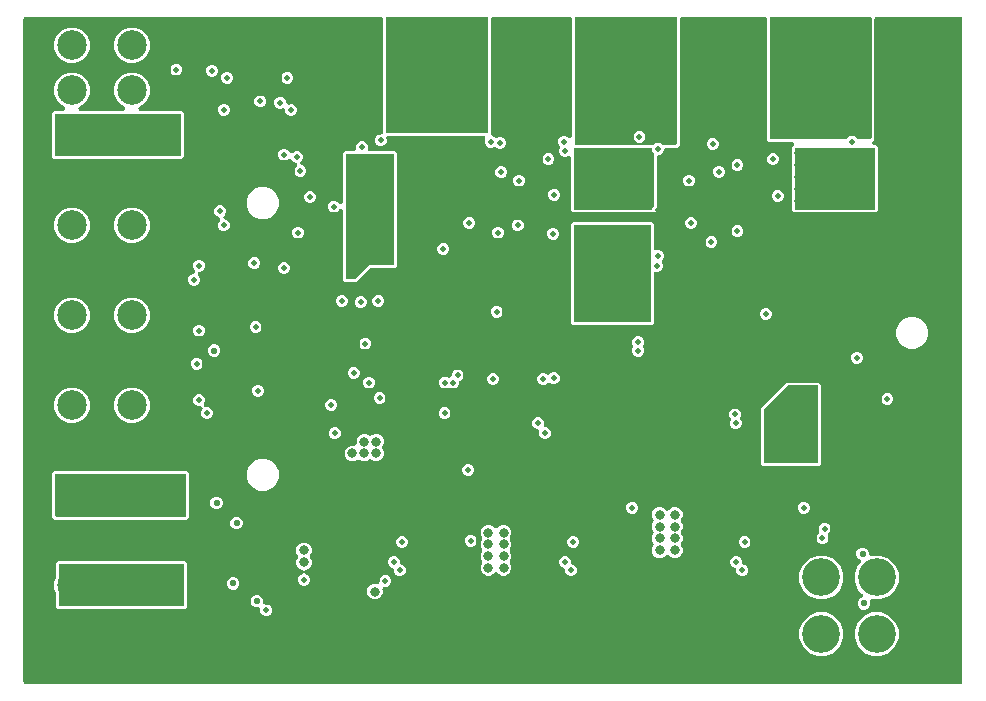
<source format=gbr>
G04 EAGLE Gerber RS-274X export*
G75*
%MOMM*%
%FSLAX34Y34*%
%LPD*%
%INPCBWay Copper Layer 15*%
%IPPOS*%
%AMOC8*
5,1,8,0,0,1.08239X$1,22.5*%
G01*
%ADD10C,6.000000*%
%ADD11C,2.500000*%
%ADD12C,3.200000*%
%ADD13C,0.550000*%
%ADD14C,0.500000*%
%ADD15C,0.800000*%

G36*
X775530Y-27496D02*
X775530Y-27496D01*
X775560Y-27498D01*
X775729Y-27476D01*
X775897Y-27459D01*
X775926Y-27450D01*
X775956Y-27446D01*
X776117Y-27391D01*
X776279Y-27341D01*
X776306Y-27327D01*
X776334Y-27317D01*
X776480Y-27231D01*
X776629Y-27150D01*
X776653Y-27130D01*
X776679Y-27115D01*
X776805Y-27002D01*
X776935Y-26892D01*
X776954Y-26869D01*
X776976Y-26848D01*
X777077Y-26712D01*
X777183Y-26579D01*
X777197Y-26552D01*
X777215Y-26528D01*
X777287Y-26375D01*
X777364Y-26223D01*
X777372Y-26194D01*
X777385Y-26167D01*
X777425Y-26001D01*
X777470Y-25838D01*
X777473Y-25808D01*
X777480Y-25779D01*
X777499Y-25500D01*
X777499Y535500D01*
X777496Y535530D01*
X777498Y535560D01*
X777476Y535729D01*
X777459Y535897D01*
X777450Y535926D01*
X777446Y535956D01*
X777391Y536117D01*
X777341Y536279D01*
X777327Y536306D01*
X777317Y536334D01*
X777231Y536480D01*
X777150Y536629D01*
X777130Y536653D01*
X777115Y536679D01*
X777002Y536805D01*
X776892Y536935D01*
X776869Y536954D01*
X776848Y536976D01*
X776712Y537077D01*
X776579Y537183D01*
X776552Y537197D01*
X776528Y537215D01*
X776375Y537287D01*
X776223Y537364D01*
X776194Y537372D01*
X776167Y537385D01*
X776001Y537425D01*
X775838Y537470D01*
X775808Y537473D01*
X775779Y537480D01*
X775500Y537499D01*
X705000Y537499D01*
X704970Y537496D01*
X704940Y537498D01*
X704771Y537476D01*
X704603Y537459D01*
X704574Y537450D01*
X704544Y537446D01*
X704383Y537391D01*
X704221Y537341D01*
X704194Y537327D01*
X704166Y537317D01*
X704020Y537231D01*
X703871Y537150D01*
X703847Y537130D01*
X703821Y537115D01*
X703695Y537002D01*
X703565Y536892D01*
X703546Y536869D01*
X703524Y536848D01*
X703423Y536712D01*
X703317Y536579D01*
X703303Y536552D01*
X703285Y536528D01*
X703213Y536375D01*
X703136Y536223D01*
X703128Y536194D01*
X703115Y536167D01*
X703075Y536001D01*
X703030Y535838D01*
X703027Y535808D01*
X703020Y535779D01*
X703001Y535500D01*
X703001Y433757D01*
X701657Y432414D01*
X701648Y432402D01*
X701636Y432392D01*
X701521Y432247D01*
X701405Y432104D01*
X701398Y432091D01*
X701388Y432079D01*
X701304Y431914D01*
X701218Y431751D01*
X701214Y431737D01*
X701207Y431723D01*
X701158Y431546D01*
X701106Y431368D01*
X701105Y431353D01*
X701101Y431338D01*
X701088Y431154D01*
X701072Y430970D01*
X701074Y430955D01*
X701073Y430940D01*
X701097Y430756D01*
X701118Y430573D01*
X701123Y430559D01*
X701125Y430544D01*
X701185Y430368D01*
X701242Y430193D01*
X701249Y430180D01*
X701254Y430166D01*
X701347Y430007D01*
X701439Y429846D01*
X701449Y429834D01*
X701456Y429821D01*
X701579Y429684D01*
X701701Y429544D01*
X701713Y429535D01*
X701723Y429524D01*
X701870Y429414D01*
X702017Y429301D01*
X702031Y429294D01*
X702043Y429285D01*
X702210Y429207D01*
X702376Y429125D01*
X702391Y429122D01*
X702404Y429115D01*
X702584Y429071D01*
X702763Y429025D01*
X702778Y429024D01*
X702792Y429020D01*
X703071Y429001D01*
X704243Y429001D01*
X706001Y427243D01*
X706001Y373757D01*
X704243Y371999D01*
X634757Y371999D01*
X632999Y373757D01*
X632999Y427243D01*
X634343Y428586D01*
X634352Y428598D01*
X634364Y428608D01*
X634479Y428753D01*
X634595Y428896D01*
X634602Y428909D01*
X634612Y428921D01*
X634696Y429086D01*
X634782Y429249D01*
X634786Y429263D01*
X634793Y429277D01*
X634842Y429454D01*
X634894Y429632D01*
X634895Y429647D01*
X634899Y429662D01*
X634912Y429845D01*
X634928Y430030D01*
X634926Y430045D01*
X634927Y430060D01*
X634903Y430244D01*
X634882Y430427D01*
X634877Y430441D01*
X634875Y430456D01*
X634815Y430632D01*
X634758Y430807D01*
X634751Y430820D01*
X634746Y430834D01*
X634653Y430993D01*
X634561Y431154D01*
X634551Y431166D01*
X634544Y431179D01*
X634421Y431316D01*
X634299Y431456D01*
X634287Y431465D01*
X634277Y431476D01*
X634130Y431586D01*
X633983Y431699D01*
X633969Y431706D01*
X633957Y431715D01*
X633790Y431793D01*
X633624Y431875D01*
X633609Y431878D01*
X633596Y431885D01*
X633416Y431929D01*
X633237Y431975D01*
X633222Y431976D01*
X633208Y431980D01*
X632929Y431999D01*
X613757Y431999D01*
X611999Y433757D01*
X611999Y535500D01*
X611996Y535530D01*
X611998Y535560D01*
X611976Y535729D01*
X611959Y535897D01*
X611950Y535926D01*
X611946Y535956D01*
X611891Y536117D01*
X611841Y536279D01*
X611827Y536306D01*
X611817Y536334D01*
X611731Y536480D01*
X611650Y536629D01*
X611630Y536653D01*
X611615Y536679D01*
X611502Y536805D01*
X611392Y536935D01*
X611369Y536954D01*
X611348Y536976D01*
X611212Y537077D01*
X611079Y537183D01*
X611052Y537197D01*
X611028Y537215D01*
X610875Y537287D01*
X610723Y537364D01*
X610694Y537372D01*
X610667Y537385D01*
X610501Y537425D01*
X610338Y537470D01*
X610308Y537473D01*
X610279Y537480D01*
X610000Y537499D01*
X540000Y537499D01*
X539970Y537496D01*
X539940Y537498D01*
X539771Y537476D01*
X539603Y537459D01*
X539574Y537450D01*
X539544Y537446D01*
X539383Y537391D01*
X539221Y537341D01*
X539194Y537327D01*
X539166Y537317D01*
X539020Y537231D01*
X538871Y537150D01*
X538847Y537130D01*
X538821Y537115D01*
X538695Y537002D01*
X538565Y536892D01*
X538546Y536869D01*
X538524Y536848D01*
X538423Y536712D01*
X538317Y536579D01*
X538303Y536552D01*
X538285Y536528D01*
X538213Y536375D01*
X538136Y536223D01*
X538128Y536194D01*
X538115Y536167D01*
X538075Y536001D01*
X538030Y535838D01*
X538027Y535808D01*
X538020Y535779D01*
X538001Y535500D01*
X538001Y428757D01*
X536243Y426999D01*
X527000Y426999D01*
X526970Y426996D01*
X526940Y426998D01*
X526771Y426976D01*
X526603Y426959D01*
X526574Y426950D01*
X526544Y426946D01*
X526383Y426891D01*
X526221Y426841D01*
X526194Y426827D01*
X526166Y426817D01*
X526020Y426731D01*
X525871Y426650D01*
X525847Y426630D01*
X525821Y426615D01*
X525695Y426502D01*
X525565Y426392D01*
X525546Y426369D01*
X525524Y426348D01*
X525423Y426212D01*
X525317Y426079D01*
X525303Y426052D01*
X525285Y426028D01*
X525213Y425875D01*
X525136Y425723D01*
X525128Y425694D01*
X525115Y425667D01*
X525075Y425501D01*
X525030Y425338D01*
X525027Y425308D01*
X525020Y425279D01*
X525001Y425006D01*
X524239Y423167D01*
X522833Y421761D01*
X520993Y420999D01*
X520970Y420996D01*
X520940Y420998D01*
X520771Y420976D01*
X520603Y420959D01*
X520574Y420950D01*
X520544Y420946D01*
X520383Y420891D01*
X520221Y420841D01*
X520194Y420827D01*
X520166Y420817D01*
X520020Y420731D01*
X519871Y420650D01*
X519847Y420630D01*
X519821Y420615D01*
X519695Y420502D01*
X519565Y420392D01*
X519546Y420369D01*
X519524Y420348D01*
X519423Y420212D01*
X519317Y420079D01*
X519303Y420052D01*
X519285Y420028D01*
X519213Y419875D01*
X519136Y419723D01*
X519128Y419694D01*
X519115Y419667D01*
X519075Y419501D01*
X519030Y419338D01*
X519027Y419308D01*
X519020Y419279D01*
X519001Y419000D01*
X519001Y373757D01*
X517243Y371999D01*
X447757Y371999D01*
X445999Y373757D01*
X445999Y417666D01*
X445997Y417689D01*
X445999Y417711D01*
X445977Y417887D01*
X445959Y418063D01*
X445953Y418085D01*
X445950Y418108D01*
X445894Y418275D01*
X445841Y418445D01*
X445830Y418465D01*
X445823Y418486D01*
X445735Y418640D01*
X445650Y418795D01*
X445635Y418813D01*
X445624Y418832D01*
X445506Y418965D01*
X445392Y419101D01*
X445374Y419115D01*
X445359Y419132D01*
X445218Y419239D01*
X445079Y419349D01*
X445059Y419359D01*
X445041Y419373D01*
X444881Y419449D01*
X444723Y419530D01*
X444701Y419536D01*
X444681Y419546D01*
X444509Y419589D01*
X444338Y419636D01*
X444316Y419638D01*
X444293Y419644D01*
X444116Y419652D01*
X443940Y419664D01*
X443917Y419661D01*
X443894Y419662D01*
X443719Y419635D01*
X443544Y419612D01*
X443522Y419605D01*
X443500Y419602D01*
X443235Y419513D01*
X441995Y418999D01*
X440005Y418999D01*
X438167Y419761D01*
X436761Y421167D01*
X435999Y423005D01*
X435999Y424995D01*
X436640Y426542D01*
X436651Y426578D01*
X436668Y426612D01*
X436709Y426770D01*
X436756Y426925D01*
X436759Y426962D01*
X436769Y426999D01*
X436777Y427161D01*
X436792Y427322D01*
X436788Y427360D01*
X436790Y427398D01*
X436767Y427558D01*
X436750Y427720D01*
X436738Y427756D01*
X436733Y427793D01*
X436678Y427945D01*
X436629Y428100D01*
X436610Y428133D01*
X436597Y428169D01*
X436513Y428308D01*
X436434Y428449D01*
X436410Y428478D01*
X436390Y428510D01*
X436207Y428721D01*
X435761Y429167D01*
X434999Y431005D01*
X434999Y432995D01*
X435761Y434833D01*
X437167Y436239D01*
X439005Y437001D01*
X440995Y437001D01*
X442833Y436239D01*
X443586Y435486D01*
X443598Y435476D01*
X443608Y435465D01*
X443753Y435350D01*
X443896Y435233D01*
X443909Y435226D01*
X443921Y435216D01*
X444086Y435133D01*
X444249Y435047D01*
X444263Y435042D01*
X444277Y435036D01*
X444454Y434986D01*
X444632Y434934D01*
X444647Y434933D01*
X444662Y434929D01*
X444845Y434916D01*
X445030Y434900D01*
X445045Y434902D01*
X445060Y434901D01*
X445244Y434925D01*
X445427Y434946D01*
X445441Y434951D01*
X445456Y434953D01*
X445632Y435013D01*
X445807Y435070D01*
X445820Y435078D01*
X445834Y435083D01*
X445994Y435176D01*
X446154Y435267D01*
X446166Y435277D01*
X446179Y435285D01*
X446317Y435408D01*
X446456Y435529D01*
X446465Y435541D01*
X446476Y435551D01*
X446587Y435700D01*
X446699Y435846D01*
X446706Y435859D01*
X446715Y435872D01*
X446793Y436039D01*
X446875Y436205D01*
X446878Y436219D01*
X446885Y436233D01*
X446929Y436413D01*
X446975Y436591D01*
X446976Y436606D01*
X446980Y436621D01*
X446999Y436899D01*
X446999Y535500D01*
X446996Y535530D01*
X446998Y535560D01*
X446976Y535729D01*
X446959Y535897D01*
X446950Y535926D01*
X446946Y535956D01*
X446891Y536117D01*
X446841Y536279D01*
X446827Y536306D01*
X446817Y536334D01*
X446731Y536480D01*
X446650Y536629D01*
X446630Y536653D01*
X446615Y536679D01*
X446502Y536805D01*
X446392Y536935D01*
X446369Y536954D01*
X446348Y536976D01*
X446212Y537077D01*
X446079Y537183D01*
X446052Y537197D01*
X446028Y537215D01*
X445875Y537287D01*
X445723Y537364D01*
X445694Y537372D01*
X445667Y537385D01*
X445501Y537425D01*
X445338Y537470D01*
X445308Y537473D01*
X445279Y537480D01*
X445000Y537499D01*
X380000Y537499D01*
X379970Y537496D01*
X379940Y537498D01*
X379771Y537476D01*
X379603Y537459D01*
X379574Y537450D01*
X379544Y537446D01*
X379383Y537391D01*
X379221Y537341D01*
X379194Y537327D01*
X379166Y537317D01*
X379020Y537231D01*
X378871Y537150D01*
X378847Y537130D01*
X378821Y537115D01*
X378695Y537002D01*
X378565Y536892D01*
X378546Y536869D01*
X378524Y536848D01*
X378423Y536712D01*
X378317Y536579D01*
X378303Y536552D01*
X378285Y536528D01*
X378213Y536375D01*
X378136Y536223D01*
X378128Y536194D01*
X378115Y536167D01*
X378075Y536001D01*
X378030Y535838D01*
X378027Y535808D01*
X378020Y535779D01*
X378001Y535500D01*
X378001Y438748D01*
X378005Y438711D01*
X378002Y438673D01*
X378024Y438512D01*
X378041Y438351D01*
X378052Y438315D01*
X378057Y438277D01*
X378111Y438124D01*
X378159Y437969D01*
X378177Y437936D01*
X378189Y437900D01*
X378272Y437761D01*
X378350Y437619D01*
X378375Y437590D01*
X378394Y437557D01*
X378503Y437438D01*
X378608Y437313D01*
X378637Y437290D01*
X378663Y437262D01*
X378793Y437166D01*
X378921Y437065D01*
X378955Y437048D01*
X378985Y437026D01*
X379235Y436901D01*
X380833Y436239D01*
X381279Y435793D01*
X381308Y435769D01*
X381333Y435741D01*
X381463Y435643D01*
X381588Y435540D01*
X381622Y435523D01*
X381652Y435500D01*
X381798Y435430D01*
X381942Y435354D01*
X381978Y435343D01*
X382012Y435327D01*
X382169Y435287D01*
X382325Y435242D01*
X382363Y435238D01*
X382399Y435229D01*
X382561Y435222D01*
X382723Y435208D01*
X382760Y435212D01*
X382798Y435210D01*
X382958Y435235D01*
X383120Y435254D01*
X383156Y435265D01*
X383193Y435271D01*
X383458Y435360D01*
X385005Y436001D01*
X386995Y436001D01*
X388833Y435239D01*
X390239Y433833D01*
X391001Y431995D01*
X391001Y430005D01*
X390239Y428167D01*
X388833Y426761D01*
X386995Y425999D01*
X385005Y425999D01*
X383167Y426761D01*
X382721Y427207D01*
X382692Y427231D01*
X382667Y427259D01*
X382537Y427357D01*
X382412Y427460D01*
X382378Y427477D01*
X382348Y427500D01*
X382202Y427570D01*
X382058Y427646D01*
X382022Y427657D01*
X381988Y427673D01*
X381831Y427713D01*
X381675Y427758D01*
X381637Y427762D01*
X381601Y427771D01*
X381439Y427778D01*
X381277Y427792D01*
X381240Y427788D01*
X381202Y427790D01*
X381042Y427765D01*
X380880Y427746D01*
X380844Y427735D01*
X380807Y427729D01*
X380542Y427640D01*
X378995Y426999D01*
X377005Y426999D01*
X375167Y427761D01*
X373761Y429167D01*
X372999Y431005D01*
X372999Y432995D01*
X373513Y434235D01*
X373520Y434257D01*
X373530Y434277D01*
X373577Y434448D01*
X373628Y434617D01*
X373630Y434640D01*
X373636Y434662D01*
X373649Y434838D01*
X373665Y435015D01*
X373663Y435038D01*
X373664Y435060D01*
X373641Y435236D01*
X373622Y435412D01*
X373615Y435434D01*
X373612Y435456D01*
X373555Y435624D01*
X373501Y435793D01*
X373490Y435813D01*
X373483Y435834D01*
X373393Y435987D01*
X373307Y436142D01*
X373292Y436159D01*
X373281Y436179D01*
X373163Y436310D01*
X373047Y436445D01*
X373029Y436459D01*
X373014Y436476D01*
X372873Y436582D01*
X372732Y436691D01*
X372712Y436701D01*
X372694Y436715D01*
X372534Y436790D01*
X372375Y436869D01*
X372353Y436875D01*
X372332Y436885D01*
X372161Y436927D01*
X371989Y436973D01*
X371967Y436974D01*
X371944Y436980D01*
X371666Y436999D01*
X291748Y436999D01*
X291726Y436997D01*
X291703Y436999D01*
X291527Y436977D01*
X291351Y436959D01*
X291329Y436953D01*
X291307Y436950D01*
X291139Y436894D01*
X290969Y436841D01*
X290949Y436830D01*
X290928Y436823D01*
X290775Y436735D01*
X290619Y436650D01*
X290601Y436635D01*
X290582Y436624D01*
X290449Y436506D01*
X290313Y436392D01*
X290299Y436374D01*
X290282Y436359D01*
X290175Y436218D01*
X290065Y436079D01*
X290055Y436059D01*
X290041Y436041D01*
X289965Y435881D01*
X289884Y435723D01*
X289878Y435701D01*
X289868Y435681D01*
X289825Y435509D01*
X289778Y435338D01*
X289776Y435315D01*
X289771Y435293D01*
X289762Y435116D01*
X289750Y434940D01*
X289753Y434917D01*
X289752Y434894D01*
X289779Y434719D01*
X289802Y434544D01*
X289809Y434522D01*
X289813Y434500D01*
X289901Y434235D01*
X290001Y433995D01*
X290001Y432005D01*
X289239Y430167D01*
X287833Y428761D01*
X285995Y427999D01*
X284005Y427999D01*
X282167Y428761D01*
X280761Y430167D01*
X279999Y432005D01*
X279999Y433995D01*
X280761Y435833D01*
X282167Y437239D01*
X284005Y438001D01*
X285000Y438001D01*
X285030Y438004D01*
X285060Y438002D01*
X285229Y438024D01*
X285397Y438041D01*
X285426Y438050D01*
X285456Y438054D01*
X285617Y438109D01*
X285779Y438159D01*
X285806Y438173D01*
X285834Y438183D01*
X285980Y438269D01*
X286129Y438350D01*
X286153Y438370D01*
X286179Y438385D01*
X286305Y438498D01*
X286435Y438608D01*
X286454Y438631D01*
X286476Y438652D01*
X286577Y438788D01*
X286683Y438921D01*
X286697Y438948D01*
X286715Y438972D01*
X286787Y439125D01*
X286864Y439277D01*
X286872Y439306D01*
X286885Y439333D01*
X286925Y439499D01*
X286970Y439662D01*
X286973Y439692D01*
X286980Y439721D01*
X286999Y440000D01*
X286999Y535500D01*
X286996Y535530D01*
X286998Y535560D01*
X286976Y535729D01*
X286959Y535897D01*
X286950Y535926D01*
X286946Y535956D01*
X286891Y536117D01*
X286841Y536279D01*
X286827Y536306D01*
X286817Y536334D01*
X286731Y536480D01*
X286650Y536629D01*
X286630Y536653D01*
X286615Y536679D01*
X286502Y536805D01*
X286392Y536935D01*
X286369Y536954D01*
X286348Y536976D01*
X286212Y537077D01*
X286079Y537183D01*
X286052Y537197D01*
X286028Y537215D01*
X285875Y537287D01*
X285723Y537364D01*
X285694Y537372D01*
X285667Y537385D01*
X285501Y537425D01*
X285338Y537470D01*
X285308Y537473D01*
X285279Y537480D01*
X285000Y537499D01*
X-15500Y537499D01*
X-15530Y537496D01*
X-15560Y537498D01*
X-15729Y537476D01*
X-15897Y537459D01*
X-15926Y537450D01*
X-15956Y537446D01*
X-16117Y537391D01*
X-16279Y537341D01*
X-16306Y537327D01*
X-16334Y537317D01*
X-16480Y537231D01*
X-16629Y537150D01*
X-16653Y537130D01*
X-16679Y537115D01*
X-16805Y537002D01*
X-16935Y536892D01*
X-16954Y536869D01*
X-16976Y536848D01*
X-17077Y536712D01*
X-17183Y536579D01*
X-17197Y536552D01*
X-17215Y536528D01*
X-17287Y536375D01*
X-17364Y536223D01*
X-17372Y536194D01*
X-17385Y536167D01*
X-17425Y536001D01*
X-17470Y535838D01*
X-17473Y535808D01*
X-17480Y535779D01*
X-17499Y535500D01*
X-17499Y-25500D01*
X-17496Y-25530D01*
X-17498Y-25560D01*
X-17476Y-25729D01*
X-17459Y-25897D01*
X-17450Y-25926D01*
X-17446Y-25956D01*
X-17391Y-26117D01*
X-17341Y-26279D01*
X-17327Y-26306D01*
X-17317Y-26334D01*
X-17231Y-26480D01*
X-17150Y-26629D01*
X-17130Y-26653D01*
X-17115Y-26679D01*
X-17002Y-26805D01*
X-16892Y-26935D01*
X-16869Y-26954D01*
X-16848Y-26976D01*
X-16712Y-27077D01*
X-16579Y-27183D01*
X-16552Y-27197D01*
X-16528Y-27215D01*
X-16375Y-27287D01*
X-16223Y-27364D01*
X-16194Y-27372D01*
X-16167Y-27385D01*
X-16001Y-27425D01*
X-15838Y-27470D01*
X-15808Y-27473D01*
X-15779Y-27480D01*
X-15500Y-27499D01*
X775500Y-27499D01*
X775530Y-27496D01*
G37*
G36*
X516234Y429503D02*
X516234Y429503D01*
X516247Y429501D01*
X516331Y429523D01*
X516417Y429540D01*
X516427Y429548D01*
X516439Y429551D01*
X516575Y429647D01*
X517929Y431001D01*
X522071Y431001D01*
X523425Y429647D01*
X523436Y429640D01*
X523443Y429630D01*
X523518Y429586D01*
X523591Y429537D01*
X523603Y429535D01*
X523614Y429528D01*
X523778Y429501D01*
X535000Y429501D01*
X535008Y429502D01*
X535017Y429501D01*
X535105Y429522D01*
X535195Y429540D01*
X535202Y429545D01*
X535210Y429547D01*
X535283Y429601D01*
X535359Y429653D01*
X535363Y429660D01*
X535370Y429665D01*
X535417Y429743D01*
X535466Y429820D01*
X535467Y429829D01*
X535472Y429836D01*
X535499Y430000D01*
X535499Y537000D01*
X535498Y537008D01*
X535499Y537017D01*
X535478Y537105D01*
X535460Y537195D01*
X535455Y537202D01*
X535453Y537210D01*
X535399Y537283D01*
X535347Y537359D01*
X535340Y537363D01*
X535335Y537370D01*
X535257Y537417D01*
X535180Y537466D01*
X535171Y537467D01*
X535164Y537472D01*
X535000Y537499D01*
X450000Y537499D01*
X449992Y537498D01*
X449983Y537499D01*
X449895Y537478D01*
X449805Y537460D01*
X449798Y537455D01*
X449790Y537453D01*
X449717Y537399D01*
X449641Y537347D01*
X449637Y537340D01*
X449630Y537335D01*
X449583Y537257D01*
X449534Y537180D01*
X449533Y537171D01*
X449528Y537164D01*
X449501Y537000D01*
X449501Y430000D01*
X449502Y429992D01*
X449501Y429983D01*
X449522Y429895D01*
X449540Y429805D01*
X449545Y429798D01*
X449547Y429790D01*
X449601Y429717D01*
X449653Y429641D01*
X449660Y429637D01*
X449665Y429630D01*
X449743Y429583D01*
X449820Y429534D01*
X449829Y429533D01*
X449836Y429528D01*
X450000Y429501D01*
X516222Y429501D01*
X516234Y429503D01*
G37*
G36*
X679234Y434503D02*
X679234Y434503D01*
X679247Y434501D01*
X679331Y434523D01*
X679417Y434540D01*
X679427Y434548D01*
X679439Y434551D01*
X679575Y434647D01*
X681929Y437001D01*
X686071Y437001D01*
X688425Y434647D01*
X688436Y434640D01*
X688443Y434630D01*
X688518Y434586D01*
X688591Y434537D01*
X688603Y434535D01*
X688614Y434528D01*
X688778Y434501D01*
X700000Y434501D01*
X700008Y434502D01*
X700017Y434501D01*
X700105Y434522D01*
X700195Y434540D01*
X700202Y434545D01*
X700210Y434547D01*
X700283Y434601D01*
X700359Y434653D01*
X700363Y434660D01*
X700370Y434665D01*
X700417Y434743D01*
X700466Y434820D01*
X700467Y434829D01*
X700472Y434836D01*
X700499Y435000D01*
X700499Y537000D01*
X700498Y537008D01*
X700499Y537017D01*
X700478Y537105D01*
X700460Y537195D01*
X700455Y537202D01*
X700453Y537210D01*
X700399Y537283D01*
X700347Y537359D01*
X700340Y537363D01*
X700335Y537370D01*
X700257Y537417D01*
X700180Y537466D01*
X700171Y537467D01*
X700164Y537472D01*
X700000Y537499D01*
X615000Y537499D01*
X614992Y537498D01*
X614983Y537499D01*
X614895Y537478D01*
X614805Y537460D01*
X614798Y537455D01*
X614790Y537453D01*
X614717Y537399D01*
X614641Y537347D01*
X614637Y537340D01*
X614630Y537335D01*
X614583Y537257D01*
X614534Y537180D01*
X614533Y537171D01*
X614528Y537164D01*
X614501Y537000D01*
X614501Y435000D01*
X614502Y434992D01*
X614501Y434983D01*
X614522Y434895D01*
X614540Y434805D01*
X614545Y434798D01*
X614547Y434790D01*
X614601Y434717D01*
X614653Y434641D01*
X614660Y434637D01*
X614665Y434630D01*
X614743Y434583D01*
X614820Y434534D01*
X614829Y434533D01*
X614836Y434528D01*
X615000Y434501D01*
X679222Y434501D01*
X679234Y434503D01*
G37*
G36*
X375008Y439502D02*
X375008Y439502D01*
X375017Y439501D01*
X375105Y439522D01*
X375195Y439540D01*
X375202Y439545D01*
X375210Y439547D01*
X375283Y439601D01*
X375359Y439653D01*
X375363Y439660D01*
X375370Y439665D01*
X375417Y439743D01*
X375466Y439820D01*
X375467Y439829D01*
X375472Y439836D01*
X375499Y440000D01*
X375499Y537000D01*
X375498Y537008D01*
X375499Y537017D01*
X375478Y537105D01*
X375460Y537195D01*
X375455Y537202D01*
X375453Y537210D01*
X375399Y537283D01*
X375347Y537359D01*
X375340Y537363D01*
X375335Y537370D01*
X375257Y537417D01*
X375180Y537466D01*
X375171Y537467D01*
X375164Y537472D01*
X375000Y537499D01*
X290000Y537499D01*
X289992Y537498D01*
X289983Y537499D01*
X289895Y537478D01*
X289805Y537460D01*
X289798Y537455D01*
X289790Y537453D01*
X289717Y537399D01*
X289641Y537347D01*
X289637Y537340D01*
X289630Y537335D01*
X289583Y537257D01*
X289534Y537180D01*
X289533Y537171D01*
X289528Y537164D01*
X289501Y537000D01*
X289501Y440000D01*
X289502Y439992D01*
X289501Y439983D01*
X289522Y439895D01*
X289540Y439805D01*
X289545Y439798D01*
X289547Y439790D01*
X289601Y439717D01*
X289653Y439641D01*
X289660Y439637D01*
X289665Y439630D01*
X289743Y439583D01*
X289820Y439534D01*
X289829Y439533D01*
X289836Y439528D01*
X290000Y439501D01*
X375000Y439501D01*
X375008Y439502D01*
G37*
%LPC*%
G36*
X447757Y276999D02*
X447757Y276999D01*
X445999Y278757D01*
X445999Y362243D01*
X447757Y364001D01*
X514243Y364001D01*
X516001Y362243D01*
X516001Y341748D01*
X516003Y341726D01*
X516001Y341703D01*
X516023Y341527D01*
X516041Y341351D01*
X516047Y341329D01*
X516050Y341307D01*
X516106Y341139D01*
X516159Y340969D01*
X516170Y340949D01*
X516177Y340928D01*
X516265Y340775D01*
X516350Y340619D01*
X516365Y340601D01*
X516376Y340582D01*
X516494Y340449D01*
X516608Y340313D01*
X516626Y340299D01*
X516641Y340282D01*
X516782Y340175D01*
X516921Y340065D01*
X516941Y340055D01*
X516959Y340041D01*
X517119Y339965D01*
X517277Y339884D01*
X517299Y339878D01*
X517319Y339868D01*
X517491Y339825D01*
X517662Y339778D01*
X517685Y339776D01*
X517707Y339771D01*
X517884Y339762D01*
X518060Y339750D01*
X518083Y339753D01*
X518106Y339752D01*
X518281Y339779D01*
X518456Y339802D01*
X518478Y339809D01*
X518500Y339813D01*
X518765Y339901D01*
X519005Y340001D01*
X520995Y340001D01*
X522833Y339239D01*
X524239Y337833D01*
X525001Y335995D01*
X525001Y334005D01*
X524239Y332167D01*
X523793Y331721D01*
X523769Y331692D01*
X523741Y331667D01*
X523643Y331537D01*
X523540Y331412D01*
X523523Y331378D01*
X523500Y331348D01*
X523430Y331202D01*
X523354Y331058D01*
X523343Y331022D01*
X523327Y330988D01*
X523287Y330831D01*
X523242Y330675D01*
X523238Y330637D01*
X523229Y330601D01*
X523222Y330439D01*
X523208Y330277D01*
X523212Y330240D01*
X523210Y330202D01*
X523235Y330042D01*
X523254Y329880D01*
X523265Y329844D01*
X523271Y329807D01*
X523360Y329542D01*
X524001Y327995D01*
X524001Y326005D01*
X523239Y324167D01*
X521833Y322761D01*
X519995Y321999D01*
X518000Y321999D01*
X517970Y321996D01*
X517940Y321998D01*
X517771Y321976D01*
X517603Y321959D01*
X517574Y321950D01*
X517544Y321946D01*
X517383Y321891D01*
X517221Y321841D01*
X517194Y321827D01*
X517166Y321817D01*
X517020Y321731D01*
X516871Y321650D01*
X516847Y321630D01*
X516821Y321615D01*
X516695Y321502D01*
X516565Y321392D01*
X516546Y321369D01*
X516524Y321348D01*
X516423Y321212D01*
X516317Y321079D01*
X516303Y321052D01*
X516285Y321028D01*
X516213Y320875D01*
X516136Y320723D01*
X516128Y320694D01*
X516115Y320667D01*
X516075Y320501D01*
X516030Y320338D01*
X516027Y320308D01*
X516020Y320279D01*
X516001Y320000D01*
X516001Y278757D01*
X514243Y276999D01*
X447757Y276999D01*
G37*
%LPD*%
%LPC*%
G36*
X8757Y416999D02*
X8757Y416999D01*
X6999Y418757D01*
X6999Y456243D01*
X8757Y458001D01*
X16014Y458001D01*
X16022Y458001D01*
X16030Y458001D01*
X16220Y458021D01*
X16412Y458041D01*
X16419Y458043D01*
X16427Y458044D01*
X16609Y458102D01*
X16793Y458159D01*
X16800Y458162D01*
X16807Y458165D01*
X16974Y458257D01*
X17144Y458350D01*
X17150Y458355D01*
X17156Y458359D01*
X17301Y458483D01*
X17449Y458608D01*
X17454Y458614D01*
X17460Y458619D01*
X17577Y458769D01*
X17697Y458921D01*
X17701Y458928D01*
X17706Y458934D01*
X17791Y459105D01*
X17878Y459277D01*
X17880Y459284D01*
X17884Y459291D01*
X17934Y459476D01*
X17985Y459662D01*
X17985Y459669D01*
X17987Y459677D01*
X17999Y459867D01*
X18013Y460060D01*
X18012Y460068D01*
X18012Y460075D01*
X17986Y460265D01*
X17961Y460456D01*
X17958Y460463D01*
X17957Y460471D01*
X17894Y460653D01*
X17831Y460834D01*
X17828Y460841D01*
X17825Y460848D01*
X17726Y461013D01*
X17629Y461179D01*
X17624Y461184D01*
X17620Y461191D01*
X17491Y461333D01*
X17363Y461476D01*
X17357Y461481D01*
X17352Y461486D01*
X17195Y461601D01*
X17042Y461715D01*
X17036Y461718D01*
X17029Y461722D01*
X16780Y461847D01*
X15003Y462583D01*
X10783Y466803D01*
X8499Y472316D01*
X8499Y478284D01*
X10783Y483797D01*
X15003Y488017D01*
X20516Y490301D01*
X26484Y490301D01*
X31997Y488017D01*
X36217Y483797D01*
X38501Y478284D01*
X38501Y472316D01*
X36217Y466803D01*
X31997Y462583D01*
X30220Y461847D01*
X30214Y461844D01*
X30207Y461841D01*
X30036Y461748D01*
X29869Y461658D01*
X29863Y461653D01*
X29856Y461650D01*
X29709Y461525D01*
X29561Y461403D01*
X29556Y461397D01*
X29551Y461392D01*
X29431Y461241D01*
X29311Y461092D01*
X29307Y461085D01*
X29303Y461079D01*
X29215Y460906D01*
X29127Y460737D01*
X29125Y460730D01*
X29122Y460723D01*
X29070Y460535D01*
X29018Y460353D01*
X29017Y460345D01*
X29015Y460338D01*
X29002Y460148D01*
X28987Y459955D01*
X28988Y459947D01*
X28987Y459940D01*
X29012Y459751D01*
X29036Y459558D01*
X29038Y459551D01*
X29039Y459544D01*
X29101Y459363D01*
X29162Y459180D01*
X29166Y459173D01*
X29169Y459166D01*
X29266Y459000D01*
X29362Y458834D01*
X29367Y458828D01*
X29371Y458821D01*
X29500Y458677D01*
X29626Y458534D01*
X29632Y458529D01*
X29637Y458524D01*
X29791Y458409D01*
X29945Y458293D01*
X29952Y458290D01*
X29958Y458285D01*
X30131Y458203D01*
X30305Y458120D01*
X30312Y458118D01*
X30319Y458115D01*
X30505Y458070D01*
X30692Y458022D01*
X30700Y458022D01*
X30707Y458020D01*
X30986Y458001D01*
X66814Y458001D01*
X66822Y458001D01*
X66830Y458001D01*
X67020Y458021D01*
X67212Y458041D01*
X67219Y458043D01*
X67227Y458044D01*
X67409Y458102D01*
X67593Y458159D01*
X67600Y458162D01*
X67607Y458165D01*
X67774Y458257D01*
X67944Y458350D01*
X67950Y458355D01*
X67956Y458359D01*
X68101Y458483D01*
X68249Y458608D01*
X68254Y458614D01*
X68260Y458619D01*
X68377Y458769D01*
X68497Y458921D01*
X68501Y458928D01*
X68506Y458934D01*
X68591Y459105D01*
X68678Y459277D01*
X68680Y459284D01*
X68684Y459291D01*
X68734Y459476D01*
X68785Y459662D01*
X68785Y459669D01*
X68787Y459677D01*
X68799Y459867D01*
X68813Y460060D01*
X68812Y460068D01*
X68812Y460075D01*
X68786Y460265D01*
X68761Y460456D01*
X68758Y460463D01*
X68757Y460471D01*
X68694Y460653D01*
X68631Y460834D01*
X68628Y460841D01*
X68625Y460848D01*
X68526Y461013D01*
X68429Y461179D01*
X68424Y461184D01*
X68420Y461191D01*
X68291Y461333D01*
X68163Y461476D01*
X68157Y461481D01*
X68152Y461486D01*
X67995Y461601D01*
X67842Y461715D01*
X67836Y461718D01*
X67829Y461722D01*
X67580Y461847D01*
X65803Y462583D01*
X61583Y466803D01*
X59299Y472316D01*
X59299Y478284D01*
X61583Y483797D01*
X65803Y488017D01*
X71316Y490301D01*
X77284Y490301D01*
X82797Y488017D01*
X87017Y483797D01*
X89301Y478284D01*
X89301Y472316D01*
X87017Y466803D01*
X82797Y462583D01*
X81020Y461847D01*
X81014Y461844D01*
X81007Y461841D01*
X80836Y461748D01*
X80669Y461658D01*
X80663Y461653D01*
X80656Y461650D01*
X80509Y461525D01*
X80361Y461403D01*
X80356Y461397D01*
X80351Y461392D01*
X80231Y461241D01*
X80111Y461092D01*
X80107Y461085D01*
X80103Y461079D01*
X80015Y460906D01*
X79927Y460737D01*
X79925Y460730D01*
X79922Y460723D01*
X79870Y460535D01*
X79818Y460353D01*
X79817Y460345D01*
X79815Y460338D01*
X79802Y460148D01*
X79787Y459955D01*
X79788Y459947D01*
X79787Y459940D01*
X79812Y459751D01*
X79836Y459558D01*
X79838Y459551D01*
X79839Y459544D01*
X79901Y459363D01*
X79962Y459180D01*
X79966Y459173D01*
X79969Y459166D01*
X80066Y459000D01*
X80162Y458834D01*
X80167Y458828D01*
X80171Y458821D01*
X80300Y458677D01*
X80426Y458534D01*
X80432Y458529D01*
X80437Y458524D01*
X80591Y458409D01*
X80745Y458293D01*
X80752Y458290D01*
X80758Y458285D01*
X80931Y458203D01*
X81105Y458120D01*
X81112Y458118D01*
X81119Y458115D01*
X81305Y458070D01*
X81492Y458022D01*
X81500Y458022D01*
X81507Y458020D01*
X81786Y458001D01*
X116243Y458001D01*
X118001Y456243D01*
X118001Y418757D01*
X116243Y416999D01*
X8757Y416999D01*
G37*
%LPD*%
G36*
X513008Y279502D02*
X513008Y279502D01*
X513017Y279501D01*
X513105Y279522D01*
X513195Y279540D01*
X513202Y279545D01*
X513210Y279547D01*
X513283Y279601D01*
X513359Y279653D01*
X513363Y279660D01*
X513370Y279665D01*
X513417Y279743D01*
X513466Y279820D01*
X513467Y279829D01*
X513472Y279836D01*
X513499Y280000D01*
X513499Y361000D01*
X513498Y361008D01*
X513499Y361017D01*
X513478Y361105D01*
X513460Y361195D01*
X513455Y361202D01*
X513453Y361210D01*
X513399Y361283D01*
X513347Y361359D01*
X513340Y361363D01*
X513335Y361370D01*
X513257Y361417D01*
X513180Y361466D01*
X513171Y361467D01*
X513164Y361472D01*
X513000Y361499D01*
X449000Y361499D01*
X448992Y361498D01*
X448983Y361499D01*
X448895Y361478D01*
X448805Y361460D01*
X448798Y361455D01*
X448790Y361453D01*
X448717Y361399D01*
X448641Y361347D01*
X448637Y361340D01*
X448630Y361335D01*
X448583Y361257D01*
X448534Y361180D01*
X448533Y361171D01*
X448528Y361164D01*
X448501Y361000D01*
X448501Y280000D01*
X448502Y279992D01*
X448501Y279983D01*
X448522Y279895D01*
X448540Y279805D01*
X448545Y279798D01*
X448547Y279790D01*
X448601Y279717D01*
X448653Y279641D01*
X448660Y279637D01*
X448665Y279630D01*
X448743Y279583D01*
X448820Y279534D01*
X448829Y279533D01*
X448836Y279528D01*
X449000Y279501D01*
X513000Y279501D01*
X513008Y279502D01*
G37*
%LPC*%
G36*
X254757Y312999D02*
X254757Y312999D01*
X252999Y314757D01*
X252999Y373194D01*
X252998Y373201D01*
X252999Y373209D01*
X252978Y373401D01*
X252959Y373591D01*
X252957Y373598D01*
X252956Y373606D01*
X252898Y373790D01*
X252841Y373973D01*
X252838Y373979D01*
X252835Y373987D01*
X252742Y374154D01*
X252650Y374323D01*
X252645Y374329D01*
X252641Y374336D01*
X252515Y374483D01*
X252392Y374628D01*
X252386Y374633D01*
X252381Y374639D01*
X252230Y374757D01*
X252079Y374877D01*
X252072Y374880D01*
X252066Y374885D01*
X251896Y374970D01*
X251723Y375057D01*
X251716Y375060D01*
X251709Y375063D01*
X251522Y375113D01*
X251338Y375164D01*
X251331Y375165D01*
X251323Y375167D01*
X251130Y375179D01*
X250940Y375192D01*
X250932Y375191D01*
X250924Y375191D01*
X250735Y375165D01*
X250544Y375140D01*
X250536Y375138D01*
X250529Y375136D01*
X250348Y375073D01*
X250166Y375010D01*
X250159Y375007D01*
X250152Y375004D01*
X249988Y374906D01*
X249821Y374808D01*
X249816Y374803D01*
X249809Y374799D01*
X249667Y374670D01*
X249524Y374542D01*
X249519Y374536D01*
X249514Y374530D01*
X249400Y374375D01*
X249285Y374221D01*
X249282Y374215D01*
X249277Y374208D01*
X249275Y374202D01*
X247833Y372761D01*
X245995Y371999D01*
X244005Y371999D01*
X242167Y372761D01*
X240761Y374167D01*
X239999Y376005D01*
X239999Y377995D01*
X240761Y379833D01*
X242167Y381239D01*
X244005Y382001D01*
X245995Y382001D01*
X247833Y381239D01*
X249295Y379777D01*
X249342Y379690D01*
X249347Y379684D01*
X249350Y379677D01*
X249477Y379527D01*
X249597Y379382D01*
X249603Y379377D01*
X249608Y379372D01*
X249759Y379252D01*
X249908Y379132D01*
X249915Y379128D01*
X249921Y379123D01*
X250092Y379036D01*
X250263Y378948D01*
X250270Y378946D01*
X250277Y378943D01*
X250462Y378891D01*
X250647Y378839D01*
X250654Y378838D01*
X250662Y378836D01*
X250853Y378823D01*
X251045Y378808D01*
X251053Y378809D01*
X251060Y378808D01*
X251251Y378833D01*
X251441Y378857D01*
X251449Y378859D01*
X251456Y378860D01*
X251638Y378922D01*
X251820Y378983D01*
X251827Y378987D01*
X251834Y378990D01*
X252000Y379087D01*
X252166Y379183D01*
X252172Y379188D01*
X252179Y379192D01*
X252322Y379320D01*
X252466Y379447D01*
X252470Y379453D01*
X252476Y379458D01*
X252589Y379610D01*
X252707Y379765D01*
X252710Y379772D01*
X252715Y379779D01*
X252797Y379953D01*
X252880Y380125D01*
X252882Y380133D01*
X252885Y380140D01*
X252931Y380327D01*
X252978Y380513D01*
X252978Y380520D01*
X252980Y380528D01*
X252999Y380806D01*
X252999Y422243D01*
X254757Y424001D01*
X262045Y424001D01*
X262067Y424003D01*
X262090Y424001D01*
X262266Y424023D01*
X262442Y424041D01*
X262464Y424047D01*
X262486Y424050D01*
X262655Y424106D01*
X262824Y424159D01*
X262844Y424170D01*
X262865Y424177D01*
X263018Y424265D01*
X263174Y424350D01*
X263192Y424365D01*
X263211Y424376D01*
X263344Y424494D01*
X263479Y424608D01*
X263494Y424626D01*
X263511Y424641D01*
X263617Y424781D01*
X263728Y424921D01*
X263738Y424941D01*
X263752Y424959D01*
X263828Y425119D01*
X263909Y425277D01*
X263915Y425299D01*
X263924Y425319D01*
X263968Y425492D01*
X264015Y425662D01*
X264017Y425685D01*
X264022Y425707D01*
X264031Y425883D01*
X264043Y426060D01*
X264040Y426083D01*
X264041Y426106D01*
X264014Y426280D01*
X263999Y426394D01*
X263999Y428495D01*
X264761Y430333D01*
X266167Y431739D01*
X268005Y432501D01*
X269995Y432501D01*
X271833Y431739D01*
X273239Y430333D01*
X274001Y428495D01*
X274001Y426408D01*
X273993Y426383D01*
X273991Y426360D01*
X273985Y426338D01*
X273973Y426162D01*
X273956Y425985D01*
X273959Y425962D01*
X273957Y425940D01*
X273980Y425764D01*
X273999Y425588D01*
X274006Y425566D01*
X274009Y425544D01*
X274066Y425376D01*
X274120Y425207D01*
X274131Y425187D01*
X274138Y425166D01*
X274228Y425013D01*
X274314Y424858D01*
X274329Y424841D01*
X274341Y424821D01*
X274459Y424689D01*
X274574Y424555D01*
X274592Y424541D01*
X274607Y424524D01*
X274749Y424418D01*
X274889Y424309D01*
X274909Y424299D01*
X274927Y424285D01*
X275088Y424210D01*
X275246Y424131D01*
X275268Y424125D01*
X275289Y424115D01*
X275461Y424073D01*
X275632Y424027D01*
X275655Y424026D01*
X275677Y424020D01*
X275955Y424001D01*
X297243Y424001D01*
X299001Y422243D01*
X299001Y326757D01*
X297243Y324999D01*
X277071Y324999D01*
X277026Y324995D01*
X276981Y324997D01*
X276828Y324975D01*
X276674Y324959D01*
X276630Y324946D01*
X276585Y324939D01*
X276440Y324887D01*
X276292Y324841D01*
X276252Y324820D01*
X276210Y324804D01*
X276078Y324724D01*
X275942Y324650D01*
X275907Y324620D01*
X275868Y324597D01*
X275657Y324414D01*
X264243Y312999D01*
X254757Y312999D01*
G37*
%LPD*%
%LPC*%
G36*
X8757Y111999D02*
X8757Y111999D01*
X6999Y113757D01*
X6999Y151243D01*
X8757Y153001D01*
X121243Y153001D01*
X123001Y151243D01*
X123001Y113757D01*
X121243Y111999D01*
X8757Y111999D01*
G37*
%LPD*%
%LPC*%
G36*
X11757Y35999D02*
X11757Y35999D01*
X9999Y37757D01*
X9999Y49197D01*
X9994Y49250D01*
X9996Y49303D01*
X9974Y49448D01*
X9959Y49595D01*
X9944Y49645D01*
X9936Y49697D01*
X9847Y49962D01*
X8499Y53216D01*
X8499Y59184D01*
X9847Y62438D01*
X9862Y62488D01*
X9885Y62536D01*
X9920Y62679D01*
X9962Y62820D01*
X9967Y62873D01*
X9980Y62924D01*
X9999Y63203D01*
X9999Y75243D01*
X11757Y77001D01*
X119243Y77001D01*
X121001Y75243D01*
X121001Y37757D01*
X119243Y35999D01*
X11757Y35999D01*
G37*
%LPD*%
G36*
X263012Y315503D02*
X263012Y315503D01*
X263025Y315501D01*
X263109Y315523D01*
X263195Y315540D01*
X263205Y315548D01*
X263217Y315551D01*
X263353Y315647D01*
X275207Y327501D01*
X296000Y327501D01*
X296008Y327502D01*
X296017Y327501D01*
X296105Y327522D01*
X296195Y327540D01*
X296202Y327545D01*
X296210Y327547D01*
X296283Y327601D01*
X296359Y327653D01*
X296363Y327660D01*
X296370Y327665D01*
X296417Y327743D01*
X296466Y327820D01*
X296467Y327829D01*
X296472Y327836D01*
X296499Y328000D01*
X296499Y421000D01*
X296498Y421008D01*
X296499Y421017D01*
X296478Y421105D01*
X296460Y421195D01*
X296455Y421202D01*
X296453Y421210D01*
X296399Y421283D01*
X296347Y421359D01*
X296340Y421363D01*
X296335Y421370D01*
X296257Y421417D01*
X296180Y421466D01*
X296171Y421467D01*
X296164Y421472D01*
X296000Y421499D01*
X256000Y421499D01*
X255992Y421498D01*
X255983Y421499D01*
X255895Y421478D01*
X255805Y421460D01*
X255798Y421455D01*
X255790Y421453D01*
X255717Y421399D01*
X255641Y421347D01*
X255637Y421340D01*
X255630Y421335D01*
X255583Y421257D01*
X255534Y421180D01*
X255533Y421171D01*
X255528Y421164D01*
X255501Y421000D01*
X255501Y316000D01*
X255502Y315992D01*
X255501Y315983D01*
X255522Y315895D01*
X255540Y315805D01*
X255545Y315798D01*
X255547Y315790D01*
X255601Y315717D01*
X255653Y315641D01*
X255660Y315637D01*
X255665Y315630D01*
X255743Y315583D01*
X255820Y315534D01*
X255829Y315533D01*
X255836Y315528D01*
X256000Y315501D01*
X263000Y315501D01*
X263012Y315503D01*
G37*
G36*
X120008Y114502D02*
X120008Y114502D01*
X120017Y114501D01*
X120105Y114522D01*
X120195Y114540D01*
X120202Y114545D01*
X120210Y114547D01*
X120283Y114601D01*
X120359Y114653D01*
X120363Y114660D01*
X120370Y114665D01*
X120417Y114743D01*
X120466Y114820D01*
X120467Y114829D01*
X120472Y114836D01*
X120499Y115000D01*
X120499Y150000D01*
X120498Y150008D01*
X120499Y150017D01*
X120478Y150105D01*
X120460Y150195D01*
X120455Y150202D01*
X120453Y150210D01*
X120399Y150283D01*
X120347Y150359D01*
X120340Y150363D01*
X120335Y150370D01*
X120257Y150417D01*
X120180Y150466D01*
X120171Y150467D01*
X120164Y150472D01*
X120000Y150499D01*
X10000Y150499D01*
X9992Y150498D01*
X9983Y150499D01*
X9895Y150478D01*
X9805Y150460D01*
X9798Y150455D01*
X9790Y150453D01*
X9717Y150399D01*
X9641Y150347D01*
X9637Y150340D01*
X9630Y150335D01*
X9583Y150257D01*
X9534Y150180D01*
X9533Y150171D01*
X9528Y150164D01*
X9501Y150000D01*
X9501Y115000D01*
X9502Y114992D01*
X9501Y114983D01*
X9522Y114895D01*
X9540Y114805D01*
X9545Y114798D01*
X9547Y114790D01*
X9601Y114717D01*
X9653Y114641D01*
X9660Y114637D01*
X9665Y114630D01*
X9743Y114583D01*
X9820Y114534D01*
X9829Y114533D01*
X9836Y114528D01*
X10000Y114501D01*
X120000Y114501D01*
X120008Y114502D01*
G37*
G36*
X115008Y419502D02*
X115008Y419502D01*
X115017Y419501D01*
X115105Y419522D01*
X115195Y419540D01*
X115202Y419545D01*
X115210Y419547D01*
X115283Y419601D01*
X115359Y419653D01*
X115363Y419660D01*
X115370Y419665D01*
X115417Y419743D01*
X115466Y419820D01*
X115467Y419829D01*
X115472Y419836D01*
X115499Y420000D01*
X115499Y455000D01*
X115498Y455008D01*
X115499Y455017D01*
X115478Y455105D01*
X115460Y455195D01*
X115455Y455202D01*
X115453Y455210D01*
X115399Y455283D01*
X115347Y455359D01*
X115340Y455363D01*
X115335Y455370D01*
X115257Y455417D01*
X115180Y455466D01*
X115171Y455467D01*
X115164Y455472D01*
X115000Y455499D01*
X10000Y455499D01*
X9992Y455498D01*
X9983Y455499D01*
X9895Y455478D01*
X9805Y455460D01*
X9798Y455455D01*
X9790Y455453D01*
X9717Y455399D01*
X9641Y455347D01*
X9637Y455340D01*
X9630Y455335D01*
X9583Y455257D01*
X9534Y455180D01*
X9533Y455171D01*
X9528Y455164D01*
X9501Y455000D01*
X9501Y420000D01*
X9502Y419992D01*
X9501Y419983D01*
X9522Y419895D01*
X9540Y419805D01*
X9545Y419798D01*
X9547Y419790D01*
X9601Y419717D01*
X9653Y419641D01*
X9660Y419637D01*
X9665Y419630D01*
X9743Y419583D01*
X9820Y419534D01*
X9829Y419533D01*
X9836Y419528D01*
X10000Y419501D01*
X115000Y419501D01*
X115008Y419502D01*
G37*
G36*
X118008Y38502D02*
X118008Y38502D01*
X118017Y38501D01*
X118105Y38522D01*
X118195Y38540D01*
X118202Y38545D01*
X118210Y38547D01*
X118283Y38601D01*
X118359Y38653D01*
X118363Y38660D01*
X118370Y38665D01*
X118417Y38743D01*
X118466Y38820D01*
X118467Y38829D01*
X118472Y38836D01*
X118499Y39000D01*
X118499Y74000D01*
X118498Y74008D01*
X118499Y74017D01*
X118478Y74105D01*
X118460Y74195D01*
X118455Y74202D01*
X118453Y74210D01*
X118399Y74283D01*
X118347Y74359D01*
X118340Y74363D01*
X118335Y74370D01*
X118257Y74417D01*
X118180Y74466D01*
X118171Y74467D01*
X118164Y74472D01*
X118000Y74499D01*
X13000Y74499D01*
X12992Y74498D01*
X12983Y74499D01*
X12895Y74478D01*
X12805Y74460D01*
X12798Y74455D01*
X12790Y74453D01*
X12717Y74399D01*
X12641Y74347D01*
X12637Y74340D01*
X12630Y74335D01*
X12583Y74257D01*
X12534Y74180D01*
X12533Y74171D01*
X12528Y74164D01*
X12501Y74000D01*
X12501Y39000D01*
X12502Y38992D01*
X12501Y38983D01*
X12522Y38895D01*
X12540Y38805D01*
X12545Y38798D01*
X12547Y38790D01*
X12601Y38717D01*
X12653Y38641D01*
X12660Y38637D01*
X12665Y38630D01*
X12743Y38583D01*
X12820Y38534D01*
X12829Y38533D01*
X12836Y38528D01*
X13000Y38501D01*
X118000Y38501D01*
X118008Y38502D01*
G37*
G36*
X703008Y374502D02*
X703008Y374502D01*
X703017Y374501D01*
X703105Y374522D01*
X703195Y374540D01*
X703202Y374545D01*
X703210Y374547D01*
X703283Y374601D01*
X703359Y374653D01*
X703363Y374660D01*
X703370Y374665D01*
X703417Y374743D01*
X703466Y374820D01*
X703467Y374829D01*
X703472Y374836D01*
X703499Y375000D01*
X703499Y426000D01*
X703498Y426008D01*
X703499Y426017D01*
X703478Y426105D01*
X703460Y426195D01*
X703455Y426202D01*
X703453Y426210D01*
X703399Y426283D01*
X703347Y426359D01*
X703340Y426363D01*
X703335Y426370D01*
X703257Y426417D01*
X703180Y426466D01*
X703171Y426467D01*
X703164Y426472D01*
X703000Y426499D01*
X636000Y426499D01*
X635992Y426498D01*
X635983Y426499D01*
X635895Y426478D01*
X635805Y426460D01*
X635798Y426455D01*
X635790Y426453D01*
X635717Y426399D01*
X635641Y426347D01*
X635637Y426340D01*
X635630Y426335D01*
X635583Y426257D01*
X635534Y426180D01*
X635533Y426171D01*
X635528Y426164D01*
X635501Y426000D01*
X635501Y375000D01*
X635502Y374992D01*
X635501Y374983D01*
X635522Y374895D01*
X635540Y374805D01*
X635545Y374798D01*
X635547Y374790D01*
X635601Y374717D01*
X635653Y374641D01*
X635660Y374637D01*
X635665Y374630D01*
X635743Y374583D01*
X635820Y374534D01*
X635829Y374533D01*
X635836Y374528D01*
X636000Y374501D01*
X703000Y374501D01*
X703008Y374502D01*
G37*
G36*
X514508Y374502D02*
X514508Y374502D01*
X514517Y374501D01*
X514605Y374522D01*
X514695Y374540D01*
X514702Y374545D01*
X514710Y374547D01*
X514783Y374601D01*
X514859Y374653D01*
X514863Y374660D01*
X514870Y374665D01*
X514917Y374743D01*
X514966Y374820D01*
X514967Y374829D01*
X514972Y374836D01*
X514999Y375000D01*
X514999Y376071D01*
X516353Y377425D01*
X516360Y377436D01*
X516370Y377443D01*
X516414Y377518D01*
X516463Y377591D01*
X516465Y377603D01*
X516472Y377614D01*
X516499Y377778D01*
X516499Y422222D01*
X516497Y422234D01*
X516499Y422247D01*
X516477Y422331D01*
X516460Y422417D01*
X516453Y422427D01*
X516449Y422439D01*
X516353Y422575D01*
X514999Y423929D01*
X514999Y426000D01*
X514998Y426008D01*
X514999Y426017D01*
X514978Y426105D01*
X514960Y426195D01*
X514955Y426202D01*
X514953Y426210D01*
X514899Y426283D01*
X514847Y426359D01*
X514840Y426363D01*
X514835Y426370D01*
X514757Y426417D01*
X514680Y426466D01*
X514671Y426467D01*
X514664Y426472D01*
X514500Y426499D01*
X449000Y426499D01*
X448992Y426498D01*
X448983Y426499D01*
X448895Y426478D01*
X448805Y426460D01*
X448798Y426455D01*
X448790Y426453D01*
X448717Y426399D01*
X448641Y426347D01*
X448637Y426340D01*
X448630Y426335D01*
X448583Y426257D01*
X448534Y426180D01*
X448533Y426171D01*
X448528Y426164D01*
X448501Y426000D01*
X448501Y375000D01*
X448502Y374992D01*
X448501Y374983D01*
X448522Y374895D01*
X448540Y374805D01*
X448545Y374798D01*
X448547Y374790D01*
X448601Y374717D01*
X448653Y374641D01*
X448660Y374637D01*
X448665Y374630D01*
X448743Y374583D01*
X448820Y374534D01*
X448829Y374533D01*
X448836Y374528D01*
X449000Y374501D01*
X514500Y374501D01*
X514508Y374502D01*
G37*
%LPC*%
G36*
X608757Y156999D02*
X608757Y156999D01*
X606999Y158757D01*
X606999Y206243D01*
X628757Y228001D01*
X656243Y228001D01*
X658001Y226243D01*
X658001Y158757D01*
X656243Y156999D01*
X608757Y156999D01*
G37*
%LPD*%
G36*
X655008Y159502D02*
X655008Y159502D01*
X655017Y159501D01*
X655105Y159522D01*
X655195Y159540D01*
X655202Y159545D01*
X655210Y159547D01*
X655283Y159601D01*
X655359Y159653D01*
X655363Y159660D01*
X655370Y159665D01*
X655417Y159743D01*
X655466Y159820D01*
X655467Y159829D01*
X655472Y159836D01*
X655499Y160000D01*
X655499Y225000D01*
X655498Y225008D01*
X655499Y225017D01*
X655478Y225105D01*
X655460Y225195D01*
X655455Y225202D01*
X655453Y225210D01*
X655399Y225283D01*
X655347Y225359D01*
X655340Y225363D01*
X655335Y225370D01*
X655257Y225417D01*
X655180Y225466D01*
X655171Y225467D01*
X655164Y225472D01*
X655000Y225499D01*
X630000Y225499D01*
X629988Y225497D01*
X629975Y225499D01*
X629891Y225477D01*
X629805Y225460D01*
X629795Y225453D01*
X629783Y225449D01*
X629647Y225353D01*
X609647Y205353D01*
X609640Y205342D01*
X609630Y205335D01*
X609586Y205260D01*
X609537Y205187D01*
X609535Y205175D01*
X609528Y205164D01*
X609501Y205000D01*
X609501Y160000D01*
X609502Y159992D01*
X609501Y159983D01*
X609522Y159895D01*
X609540Y159805D01*
X609545Y159798D01*
X609547Y159790D01*
X609601Y159717D01*
X609653Y159641D01*
X609660Y159637D01*
X609665Y159630D01*
X609743Y159583D01*
X609820Y159534D01*
X609829Y159533D01*
X609836Y159528D01*
X610000Y159501D01*
X655000Y159501D01*
X655008Y159502D01*
G37*
%LPC*%
G36*
X692956Y35749D02*
X692956Y35749D01*
X691026Y36549D01*
X689549Y38026D01*
X688749Y39956D01*
X688749Y42044D01*
X689549Y43974D01*
X691026Y45451D01*
X692051Y45876D01*
X692071Y45887D01*
X692092Y45894D01*
X692247Y45981D01*
X692403Y46065D01*
X692420Y46079D01*
X692440Y46091D01*
X692574Y46207D01*
X692710Y46320D01*
X692724Y46338D01*
X692741Y46353D01*
X692850Y46493D01*
X692960Y46631D01*
X692971Y46651D01*
X692985Y46669D01*
X693063Y46829D01*
X693144Y46986D01*
X693150Y47008D01*
X693160Y47028D01*
X693205Y47198D01*
X693253Y47370D01*
X693255Y47393D01*
X693261Y47415D01*
X693271Y47591D01*
X693284Y47768D01*
X693282Y47791D01*
X693283Y47813D01*
X693257Y47988D01*
X693236Y48165D01*
X693228Y48186D01*
X693225Y48209D01*
X693165Y48376D01*
X693109Y48543D01*
X693097Y48563D01*
X693090Y48584D01*
X692998Y48736D01*
X692909Y48889D01*
X692894Y48907D01*
X692882Y48926D01*
X692699Y49137D01*
X689316Y52520D01*
X686499Y59320D01*
X686499Y66680D01*
X689316Y73480D01*
X690992Y75156D01*
X691007Y75174D01*
X691024Y75189D01*
X691133Y75328D01*
X691245Y75465D01*
X691256Y75486D01*
X691270Y75503D01*
X691349Y75662D01*
X691431Y75819D01*
X691438Y75841D01*
X691448Y75861D01*
X691494Y76032D01*
X691544Y76202D01*
X691546Y76225D01*
X691551Y76247D01*
X691562Y76423D01*
X691578Y76600D01*
X691575Y76623D01*
X691576Y76645D01*
X691552Y76820D01*
X691532Y76997D01*
X691525Y77018D01*
X691522Y77041D01*
X691463Y77209D01*
X691408Y77377D01*
X691397Y77396D01*
X691389Y77418D01*
X691298Y77570D01*
X691211Y77724D01*
X691196Y77741D01*
X691184Y77761D01*
X691066Y77891D01*
X690949Y78026D01*
X690931Y78039D01*
X690916Y78056D01*
X690773Y78160D01*
X690632Y78269D01*
X690612Y78279D01*
X690593Y78292D01*
X690344Y78417D01*
X690026Y78549D01*
X688549Y80026D01*
X687749Y81956D01*
X687749Y84044D01*
X688549Y85974D01*
X690026Y87451D01*
X691956Y88251D01*
X694044Y88251D01*
X695974Y87451D01*
X697451Y85974D01*
X698251Y84044D01*
X698251Y83221D01*
X698253Y83199D01*
X698251Y83176D01*
X698273Y82999D01*
X698291Y82824D01*
X698297Y82802D01*
X698300Y82780D01*
X698356Y82612D01*
X698409Y82442D01*
X698420Y82422D01*
X698427Y82401D01*
X698515Y82248D01*
X698600Y82092D01*
X698615Y82075D01*
X698626Y82055D01*
X698743Y81922D01*
X698858Y81787D01*
X698876Y81773D01*
X698891Y81755D01*
X699032Y81649D01*
X699171Y81539D01*
X699191Y81528D01*
X699209Y81515D01*
X699369Y81438D01*
X699527Y81358D01*
X699549Y81352D01*
X699569Y81342D01*
X699741Y81298D01*
X699912Y81251D01*
X699935Y81249D01*
X699957Y81244D01*
X700134Y81236D01*
X700310Y81223D01*
X700333Y81226D01*
X700356Y81225D01*
X700531Y81252D01*
X700706Y81275D01*
X700728Y81282D01*
X700750Y81286D01*
X701015Y81374D01*
X701320Y81501D01*
X708680Y81501D01*
X715480Y78684D01*
X720684Y73480D01*
X723501Y66680D01*
X723501Y59320D01*
X720684Y52520D01*
X715480Y47316D01*
X708680Y44499D01*
X701226Y44499D01*
X701203Y44497D01*
X701180Y44499D01*
X701005Y44477D01*
X700829Y44459D01*
X700807Y44453D01*
X700784Y44450D01*
X700617Y44394D01*
X700447Y44341D01*
X700427Y44330D01*
X700405Y44323D01*
X700252Y44235D01*
X700097Y44150D01*
X700079Y44135D01*
X700059Y44123D01*
X699927Y44006D01*
X699791Y43892D01*
X699777Y43874D01*
X699760Y43859D01*
X699653Y43718D01*
X699543Y43579D01*
X699533Y43559D01*
X699519Y43540D01*
X699442Y43381D01*
X699362Y43223D01*
X699356Y43201D01*
X699346Y43180D01*
X699303Y43008D01*
X699256Y42838D01*
X699254Y42815D01*
X699248Y42793D01*
X699240Y42616D01*
X699228Y42440D01*
X699231Y42417D01*
X699230Y42394D01*
X699251Y42257D01*
X699251Y39956D01*
X698451Y38026D01*
X696974Y36549D01*
X695044Y35749D01*
X692956Y35749D01*
G37*
%LPD*%
%LPC*%
G36*
X654320Y44499D02*
X654320Y44499D01*
X647520Y47316D01*
X642316Y52520D01*
X639499Y59320D01*
X639499Y66680D01*
X642316Y73480D01*
X647520Y78684D01*
X654320Y81501D01*
X661680Y81501D01*
X668480Y78684D01*
X673684Y73480D01*
X676501Y66680D01*
X676501Y59320D01*
X673684Y52520D01*
X668480Y47316D01*
X661680Y44499D01*
X654320Y44499D01*
G37*
%LPD*%
%LPC*%
G36*
X701320Y-3501D02*
X701320Y-3501D01*
X694520Y-684D01*
X689316Y4520D01*
X686499Y11320D01*
X686499Y18680D01*
X689316Y25480D01*
X694520Y30684D01*
X701320Y33501D01*
X708680Y33501D01*
X715480Y30684D01*
X720684Y25480D01*
X723501Y18680D01*
X723501Y11320D01*
X720684Y4520D01*
X715480Y-684D01*
X708680Y-3501D01*
X701320Y-3501D01*
G37*
%LPD*%
%LPC*%
G36*
X654320Y-3501D02*
X654320Y-3501D01*
X647520Y-684D01*
X642316Y4520D01*
X639499Y11320D01*
X639499Y18680D01*
X642316Y25480D01*
X647520Y30684D01*
X654320Y33501D01*
X661680Y33501D01*
X668480Y30684D01*
X673684Y25480D01*
X676501Y18680D01*
X676501Y11320D01*
X673684Y4520D01*
X668480Y-684D01*
X661680Y-3501D01*
X654320Y-3501D01*
G37*
%LPD*%
%LPC*%
G36*
X374707Y64499D02*
X374707Y64499D01*
X372318Y65489D01*
X370489Y67318D01*
X369499Y69707D01*
X369499Y72293D01*
X370505Y74720D01*
X370539Y74765D01*
X370646Y74896D01*
X370660Y74922D01*
X370678Y74946D01*
X370753Y75099D01*
X370832Y75249D01*
X370841Y75278D01*
X370854Y75305D01*
X370897Y75469D01*
X370944Y75632D01*
X370947Y75662D01*
X370955Y75692D01*
X370964Y75861D01*
X370978Y76030D01*
X370975Y76060D01*
X370976Y76091D01*
X370952Y76258D01*
X370932Y76427D01*
X370923Y76456D01*
X370919Y76486D01*
X370861Y76645D01*
X370808Y76807D01*
X370793Y76833D01*
X370783Y76862D01*
X370695Y77007D01*
X370612Y77154D01*
X370592Y77177D01*
X370576Y77203D01*
X370500Y77290D01*
X369499Y79707D01*
X369499Y82293D01*
X370505Y84720D01*
X370539Y84765D01*
X370646Y84896D01*
X370660Y84922D01*
X370678Y84946D01*
X370753Y85099D01*
X370832Y85249D01*
X370841Y85278D01*
X370854Y85305D01*
X370897Y85469D01*
X370944Y85632D01*
X370947Y85662D01*
X370955Y85692D01*
X370964Y85861D01*
X370978Y86030D01*
X370975Y86060D01*
X370976Y86091D01*
X370952Y86258D01*
X370932Y86427D01*
X370923Y86456D01*
X370919Y86486D01*
X370861Y86645D01*
X370808Y86807D01*
X370793Y86833D01*
X370783Y86862D01*
X370695Y87007D01*
X370612Y87154D01*
X370592Y87177D01*
X370576Y87203D01*
X370500Y87290D01*
X369499Y89707D01*
X369499Y91401D01*
X369499Y91408D01*
X369499Y91416D01*
X369479Y91606D01*
X369459Y91798D01*
X369457Y91805D01*
X369456Y91813D01*
X369398Y91995D01*
X369341Y92180D01*
X369338Y92186D01*
X369335Y92194D01*
X369250Y92346D01*
X369333Y92421D01*
X369476Y92549D01*
X369481Y92555D01*
X369486Y92561D01*
X369601Y92717D01*
X369715Y92870D01*
X369718Y92877D01*
X369722Y92883D01*
X369847Y93133D01*
X370505Y94721D01*
X370539Y94765D01*
X370646Y94896D01*
X370660Y94922D01*
X370678Y94946D01*
X370753Y95099D01*
X370832Y95249D01*
X370841Y95278D01*
X370854Y95305D01*
X370897Y95469D01*
X370944Y95632D01*
X370947Y95662D01*
X370955Y95692D01*
X370964Y95861D01*
X370978Y96030D01*
X370975Y96060D01*
X370976Y96091D01*
X370952Y96258D01*
X370932Y96427D01*
X370923Y96456D01*
X370919Y96486D01*
X370861Y96645D01*
X370808Y96807D01*
X370793Y96833D01*
X370783Y96862D01*
X370695Y97007D01*
X370612Y97154D01*
X370592Y97177D01*
X370576Y97203D01*
X370500Y97290D01*
X369499Y99707D01*
X369499Y102293D01*
X370489Y104682D01*
X372318Y106511D01*
X374707Y107501D01*
X377293Y107501D01*
X379682Y106511D01*
X381086Y105107D01*
X381110Y105088D01*
X381130Y105065D01*
X381265Y104961D01*
X381396Y104854D01*
X381422Y104840D01*
X381446Y104822D01*
X381599Y104747D01*
X381749Y104668D01*
X381778Y104659D01*
X381805Y104646D01*
X381969Y104604D01*
X382132Y104556D01*
X382162Y104553D01*
X382192Y104545D01*
X382360Y104536D01*
X382530Y104522D01*
X382560Y104525D01*
X382590Y104524D01*
X382758Y104548D01*
X382927Y104568D01*
X382956Y104577D01*
X382986Y104581D01*
X383146Y104639D01*
X383307Y104692D01*
X383333Y104706D01*
X383361Y104717D01*
X383507Y104805D01*
X383654Y104888D01*
X383677Y104908D01*
X383703Y104924D01*
X383914Y105107D01*
X385318Y106511D01*
X387707Y107501D01*
X390293Y107501D01*
X392682Y106511D01*
X394511Y104682D01*
X395501Y102293D01*
X395501Y99707D01*
X394495Y97280D01*
X394462Y97236D01*
X394354Y97105D01*
X394340Y97078D01*
X394322Y97054D01*
X394247Y96901D01*
X394168Y96751D01*
X394160Y96722D01*
X394146Y96695D01*
X394103Y96531D01*
X394056Y96368D01*
X394053Y96338D01*
X394045Y96308D01*
X394036Y96140D01*
X394022Y95970D01*
X394025Y95940D01*
X394024Y95910D01*
X394048Y95741D01*
X394068Y95573D01*
X394077Y95544D01*
X394081Y95514D01*
X394139Y95354D01*
X394191Y95193D01*
X394206Y95167D01*
X394217Y95139D01*
X394305Y94993D01*
X394388Y94846D01*
X394408Y94823D01*
X394424Y94797D01*
X394500Y94710D01*
X395501Y92293D01*
X395501Y89707D01*
X394495Y87280D01*
X394462Y87236D01*
X394354Y87105D01*
X394340Y87078D01*
X394322Y87054D01*
X394247Y86901D01*
X394168Y86751D01*
X394160Y86722D01*
X394146Y86695D01*
X394103Y86531D01*
X394056Y86368D01*
X394053Y86338D01*
X394045Y86308D01*
X394036Y86140D01*
X394022Y85970D01*
X394025Y85940D01*
X394024Y85910D01*
X394048Y85741D01*
X394068Y85573D01*
X394077Y85544D01*
X394081Y85514D01*
X394139Y85354D01*
X394191Y85193D01*
X394206Y85167D01*
X394217Y85139D01*
X394305Y84993D01*
X394388Y84846D01*
X394408Y84823D01*
X394424Y84797D01*
X394500Y84710D01*
X395501Y82293D01*
X395501Y79707D01*
X394495Y77280D01*
X394462Y77236D01*
X394354Y77105D01*
X394340Y77078D01*
X394322Y77054D01*
X394247Y76901D01*
X394168Y76751D01*
X394160Y76722D01*
X394146Y76695D01*
X394103Y76531D01*
X394056Y76368D01*
X394053Y76338D01*
X394045Y76308D01*
X394036Y76140D01*
X394022Y75970D01*
X394025Y75940D01*
X394024Y75910D01*
X394048Y75741D01*
X394068Y75573D01*
X394077Y75544D01*
X394081Y75514D01*
X394139Y75354D01*
X394191Y75193D01*
X394206Y75167D01*
X394217Y75139D01*
X394305Y74993D01*
X394388Y74846D01*
X394408Y74823D01*
X394424Y74797D01*
X394500Y74710D01*
X395501Y72293D01*
X395501Y69707D01*
X394511Y67318D01*
X392682Y65489D01*
X390293Y64499D01*
X387707Y64499D01*
X385318Y65489D01*
X383914Y66893D01*
X383890Y66912D01*
X383870Y66935D01*
X383736Y67038D01*
X383604Y67146D01*
X383578Y67160D01*
X383554Y67178D01*
X383401Y67253D01*
X383251Y67332D01*
X383222Y67341D01*
X383195Y67354D01*
X383031Y67396D01*
X382868Y67444D01*
X382838Y67447D01*
X382808Y67455D01*
X382640Y67464D01*
X382470Y67478D01*
X382440Y67475D01*
X382410Y67476D01*
X382242Y67452D01*
X382073Y67432D01*
X382044Y67423D01*
X382014Y67419D01*
X381855Y67361D01*
X381693Y67308D01*
X381667Y67294D01*
X381638Y67283D01*
X381494Y67195D01*
X381346Y67112D01*
X381323Y67092D01*
X381297Y67076D01*
X381086Y66893D01*
X379682Y65489D01*
X377293Y64499D01*
X374707Y64499D01*
G37*
%LPD*%
%LPC*%
G36*
X519707Y79499D02*
X519707Y79499D01*
X517318Y80489D01*
X515489Y82318D01*
X514499Y84707D01*
X514499Y87293D01*
X515505Y89720D01*
X515539Y89765D01*
X515646Y89896D01*
X515660Y89922D01*
X515678Y89946D01*
X515753Y90099D01*
X515832Y90249D01*
X515841Y90278D01*
X515854Y90305D01*
X515897Y90469D01*
X515944Y90632D01*
X515947Y90662D01*
X515955Y90692D01*
X515964Y90861D01*
X515978Y91030D01*
X515975Y91060D01*
X515976Y91091D01*
X515952Y91258D01*
X515932Y91427D01*
X515923Y91456D01*
X515919Y91486D01*
X515861Y91645D01*
X515808Y91807D01*
X515793Y91833D01*
X515783Y91862D01*
X515695Y92007D01*
X515612Y92154D01*
X515592Y92177D01*
X515576Y92203D01*
X515500Y92290D01*
X514499Y94707D01*
X514499Y97293D01*
X515505Y99720D01*
X515539Y99765D01*
X515646Y99896D01*
X515660Y99922D01*
X515678Y99946D01*
X515753Y100099D01*
X515832Y100249D01*
X515841Y100278D01*
X515854Y100305D01*
X515897Y100469D01*
X515944Y100632D01*
X515947Y100662D01*
X515955Y100692D01*
X515964Y100861D01*
X515978Y101030D01*
X515975Y101060D01*
X515976Y101091D01*
X515952Y101258D01*
X515932Y101427D01*
X515923Y101456D01*
X515919Y101486D01*
X515861Y101645D01*
X515808Y101807D01*
X515793Y101833D01*
X515783Y101862D01*
X515695Y102007D01*
X515612Y102154D01*
X515592Y102177D01*
X515576Y102203D01*
X515500Y102290D01*
X514499Y104707D01*
X514499Y107293D01*
X515505Y109720D01*
X515539Y109765D01*
X515646Y109896D01*
X515660Y109922D01*
X515678Y109946D01*
X515753Y110099D01*
X515832Y110249D01*
X515841Y110278D01*
X515854Y110305D01*
X515897Y110469D01*
X515944Y110632D01*
X515947Y110662D01*
X515955Y110692D01*
X515964Y110861D01*
X515978Y111030D01*
X515975Y111060D01*
X515976Y111091D01*
X515952Y111258D01*
X515932Y111427D01*
X515923Y111456D01*
X515919Y111486D01*
X515861Y111645D01*
X515808Y111807D01*
X515793Y111833D01*
X515783Y111862D01*
X515695Y112007D01*
X515612Y112154D01*
X515592Y112177D01*
X515576Y112203D01*
X515500Y112290D01*
X514499Y114707D01*
X514499Y117293D01*
X515489Y119682D01*
X517318Y121511D01*
X519707Y122501D01*
X522293Y122501D01*
X524682Y121511D01*
X526086Y120107D01*
X526110Y120088D01*
X526130Y120065D01*
X526265Y119961D01*
X526396Y119854D01*
X526422Y119840D01*
X526446Y119822D01*
X526599Y119747D01*
X526749Y119668D01*
X526778Y119659D01*
X526805Y119646D01*
X526969Y119604D01*
X527132Y119556D01*
X527162Y119553D01*
X527192Y119545D01*
X527360Y119536D01*
X527530Y119522D01*
X527560Y119525D01*
X527590Y119524D01*
X527758Y119548D01*
X527927Y119568D01*
X527956Y119577D01*
X527986Y119581D01*
X528146Y119639D01*
X528307Y119692D01*
X528333Y119706D01*
X528361Y119717D01*
X528507Y119805D01*
X528654Y119888D01*
X528677Y119908D01*
X528703Y119924D01*
X528914Y120107D01*
X530318Y121511D01*
X532707Y122501D01*
X535293Y122501D01*
X537682Y121511D01*
X539511Y119682D01*
X540501Y117293D01*
X540501Y114707D01*
X539495Y112280D01*
X539462Y112236D01*
X539354Y112105D01*
X539340Y112078D01*
X539322Y112054D01*
X539247Y111901D01*
X539168Y111751D01*
X539160Y111722D01*
X539146Y111695D01*
X539103Y111531D01*
X539056Y111368D01*
X539053Y111338D01*
X539045Y111308D01*
X539036Y111140D01*
X539022Y110970D01*
X539025Y110940D01*
X539024Y110910D01*
X539048Y110742D01*
X539068Y110573D01*
X539077Y110544D01*
X539081Y110514D01*
X539139Y110354D01*
X539191Y110193D01*
X539206Y110167D01*
X539217Y110139D01*
X539305Y109993D01*
X539388Y109846D01*
X539408Y109823D01*
X539424Y109797D01*
X539500Y109710D01*
X540501Y107293D01*
X540501Y104707D01*
X539495Y102280D01*
X539462Y102236D01*
X539354Y102105D01*
X539340Y102078D01*
X539322Y102054D01*
X539247Y101901D01*
X539168Y101751D01*
X539160Y101722D01*
X539146Y101695D01*
X539103Y101531D01*
X539056Y101368D01*
X539053Y101338D01*
X539045Y101308D01*
X539036Y101140D01*
X539022Y100970D01*
X539025Y100940D01*
X539024Y100910D01*
X539048Y100742D01*
X539068Y100573D01*
X539077Y100544D01*
X539081Y100514D01*
X539139Y100354D01*
X539191Y100193D01*
X539206Y100167D01*
X539217Y100139D01*
X539305Y99993D01*
X539388Y99846D01*
X539408Y99823D01*
X539424Y99797D01*
X539500Y99710D01*
X540501Y97293D01*
X540501Y94707D01*
X539495Y92280D01*
X539462Y92236D01*
X539354Y92105D01*
X539340Y92078D01*
X539322Y92054D01*
X539247Y91901D01*
X539168Y91751D01*
X539160Y91722D01*
X539146Y91695D01*
X539103Y91531D01*
X539056Y91368D01*
X539053Y91338D01*
X539045Y91308D01*
X539036Y91140D01*
X539022Y90970D01*
X539025Y90940D01*
X539024Y90910D01*
X539048Y90742D01*
X539068Y90573D01*
X539077Y90544D01*
X539081Y90514D01*
X539139Y90354D01*
X539191Y90193D01*
X539206Y90167D01*
X539217Y90139D01*
X539305Y89993D01*
X539388Y89846D01*
X539408Y89823D01*
X539424Y89797D01*
X539500Y89710D01*
X540501Y87293D01*
X540501Y84707D01*
X539511Y82318D01*
X537682Y80489D01*
X535293Y79499D01*
X532707Y79499D01*
X530318Y80489D01*
X528914Y81893D01*
X528890Y81912D01*
X528870Y81935D01*
X528736Y82038D01*
X528604Y82146D01*
X528578Y82160D01*
X528554Y82178D01*
X528401Y82253D01*
X528251Y82332D01*
X528222Y82341D01*
X528195Y82354D01*
X528031Y82396D01*
X527868Y82444D01*
X527838Y82447D01*
X527808Y82455D01*
X527640Y82464D01*
X527470Y82478D01*
X527440Y82475D01*
X527410Y82476D01*
X527242Y82452D01*
X527073Y82432D01*
X527044Y82423D01*
X527014Y82419D01*
X526855Y82361D01*
X526693Y82308D01*
X526667Y82294D01*
X526638Y82283D01*
X526494Y82195D01*
X526346Y82112D01*
X526323Y82092D01*
X526297Y82076D01*
X526086Y81893D01*
X524682Y80489D01*
X522293Y79499D01*
X519707Y79499D01*
G37*
%LPD*%
%LPC*%
G36*
X71316Y498399D02*
X71316Y498399D01*
X65803Y500683D01*
X61583Y504903D01*
X59299Y510416D01*
X59299Y516384D01*
X61583Y521897D01*
X65803Y526117D01*
X71316Y528401D01*
X77284Y528401D01*
X82797Y526117D01*
X87017Y521897D01*
X89301Y516384D01*
X89301Y510416D01*
X87017Y504903D01*
X82797Y500683D01*
X77284Y498399D01*
X71316Y498399D01*
G37*
%LPD*%
%LPC*%
G36*
X20516Y498399D02*
X20516Y498399D01*
X15003Y500683D01*
X10783Y504903D01*
X8499Y510416D01*
X8499Y516384D01*
X10783Y521897D01*
X15003Y526117D01*
X20516Y528401D01*
X26484Y528401D01*
X31997Y526117D01*
X36217Y521897D01*
X38501Y516384D01*
X38501Y510416D01*
X36217Y504903D01*
X31997Y500683D01*
X26484Y498399D01*
X20516Y498399D01*
G37*
%LPD*%
%LPC*%
G36*
X71316Y193599D02*
X71316Y193599D01*
X65803Y195883D01*
X61583Y200103D01*
X59299Y205616D01*
X59299Y211584D01*
X61583Y217097D01*
X65803Y221317D01*
X71316Y223601D01*
X77284Y223601D01*
X82797Y221317D01*
X87017Y217097D01*
X89301Y211584D01*
X89301Y205616D01*
X87017Y200103D01*
X82797Y195883D01*
X77284Y193599D01*
X71316Y193599D01*
G37*
%LPD*%
%LPC*%
G36*
X71316Y269799D02*
X71316Y269799D01*
X65803Y272083D01*
X61583Y276303D01*
X59299Y281816D01*
X59299Y287784D01*
X61583Y293297D01*
X65803Y297517D01*
X71316Y299801D01*
X77284Y299801D01*
X82797Y297517D01*
X87017Y293297D01*
X89301Y287784D01*
X89301Y281816D01*
X87017Y276303D01*
X82797Y272083D01*
X77284Y269799D01*
X71316Y269799D01*
G37*
%LPD*%
%LPC*%
G36*
X71316Y345999D02*
X71316Y345999D01*
X65803Y348283D01*
X61583Y352503D01*
X59299Y358016D01*
X59299Y363984D01*
X61583Y369497D01*
X65803Y373717D01*
X71316Y376001D01*
X77284Y376001D01*
X82797Y373717D01*
X87017Y369497D01*
X89301Y363984D01*
X89301Y358016D01*
X87017Y352503D01*
X82797Y348283D01*
X77284Y345999D01*
X71316Y345999D01*
G37*
%LPD*%
%LPC*%
G36*
X20516Y345999D02*
X20516Y345999D01*
X15003Y348283D01*
X10783Y352503D01*
X8499Y358016D01*
X8499Y363984D01*
X10783Y369497D01*
X15003Y373717D01*
X20516Y376001D01*
X26484Y376001D01*
X31997Y373717D01*
X36217Y369497D01*
X38501Y363984D01*
X38501Y358016D01*
X36217Y352503D01*
X31997Y348283D01*
X26484Y345999D01*
X20516Y345999D01*
G37*
%LPD*%
%LPC*%
G36*
X20516Y269799D02*
X20516Y269799D01*
X15003Y272083D01*
X10783Y276303D01*
X8499Y281816D01*
X8499Y287784D01*
X10783Y293297D01*
X15003Y297517D01*
X20516Y299801D01*
X26484Y299801D01*
X31997Y297517D01*
X36217Y293297D01*
X38501Y287784D01*
X38501Y281816D01*
X36217Y276303D01*
X31997Y272083D01*
X26484Y269799D01*
X20516Y269799D01*
G37*
%LPD*%
%LPC*%
G36*
X20516Y193599D02*
X20516Y193599D01*
X15003Y195883D01*
X10783Y200103D01*
X8499Y205616D01*
X8499Y211584D01*
X10783Y217097D01*
X15003Y221317D01*
X20516Y223601D01*
X26484Y223601D01*
X31997Y221317D01*
X36217Y217097D01*
X38501Y211584D01*
X38501Y205616D01*
X36217Y200103D01*
X31997Y195883D01*
X26484Y193599D01*
X20516Y193599D01*
G37*
%LPD*%
%LPC*%
G36*
X259707Y161499D02*
X259707Y161499D01*
X257318Y162489D01*
X255489Y164318D01*
X254499Y166707D01*
X254499Y169293D01*
X255489Y171682D01*
X257318Y173511D01*
X259707Y174501D01*
X262500Y174501D01*
X262530Y174504D01*
X262560Y174502D01*
X262729Y174524D01*
X262897Y174541D01*
X262926Y174550D01*
X262956Y174554D01*
X263117Y174609D01*
X263279Y174659D01*
X263306Y174673D01*
X263334Y174683D01*
X263480Y174769D01*
X263629Y174850D01*
X263653Y174870D01*
X263679Y174885D01*
X263805Y174998D01*
X263935Y175108D01*
X263954Y175131D01*
X263976Y175152D01*
X264077Y175288D01*
X264183Y175421D01*
X264197Y175448D01*
X264215Y175472D01*
X264287Y175625D01*
X264364Y175777D01*
X264372Y175806D01*
X264385Y175833D01*
X264425Y175999D01*
X264470Y176162D01*
X264473Y176192D01*
X264480Y176221D01*
X264499Y176500D01*
X264499Y179293D01*
X265489Y181682D01*
X267318Y183511D01*
X269707Y184501D01*
X272293Y184501D01*
X274720Y183495D01*
X274765Y183461D01*
X274896Y183354D01*
X274922Y183340D01*
X274946Y183322D01*
X275099Y183247D01*
X275249Y183168D01*
X275278Y183159D01*
X275305Y183146D01*
X275469Y183103D01*
X275632Y183056D01*
X275662Y183053D01*
X275692Y183045D01*
X275861Y183036D01*
X276030Y183022D01*
X276060Y183025D01*
X276091Y183024D01*
X276258Y183048D01*
X276427Y183068D01*
X276456Y183077D01*
X276486Y183081D01*
X276645Y183139D01*
X276807Y183192D01*
X276833Y183207D01*
X276862Y183217D01*
X277007Y183305D01*
X277154Y183388D01*
X277177Y183408D01*
X277203Y183424D01*
X277290Y183500D01*
X279707Y184501D01*
X282293Y184501D01*
X284682Y183511D01*
X286511Y181682D01*
X287501Y179293D01*
X287501Y176707D01*
X286495Y174280D01*
X286461Y174235D01*
X286354Y174104D01*
X286340Y174078D01*
X286322Y174054D01*
X286247Y173901D01*
X286168Y173751D01*
X286159Y173722D01*
X286146Y173695D01*
X286103Y173531D01*
X286056Y173368D01*
X286053Y173338D01*
X286045Y173308D01*
X286036Y173139D01*
X286022Y172970D01*
X286025Y172940D01*
X286024Y172909D01*
X286048Y172742D01*
X286068Y172573D01*
X286077Y172544D01*
X286081Y172514D01*
X286139Y172355D01*
X286192Y172193D01*
X286207Y172167D01*
X286217Y172138D01*
X286305Y171993D01*
X286388Y171846D01*
X286408Y171823D01*
X286424Y171797D01*
X286500Y171710D01*
X287501Y169293D01*
X287501Y166707D01*
X286511Y164318D01*
X284682Y162489D01*
X282293Y161499D01*
X279707Y161499D01*
X277280Y162505D01*
X277235Y162539D01*
X277104Y162646D01*
X277078Y162660D01*
X277054Y162678D01*
X276901Y162753D01*
X276751Y162832D01*
X276722Y162841D01*
X276695Y162854D01*
X276531Y162897D01*
X276368Y162944D01*
X276338Y162947D01*
X276308Y162955D01*
X276139Y162964D01*
X275970Y162978D01*
X275940Y162975D01*
X275909Y162976D01*
X275742Y162952D01*
X275573Y162932D01*
X275544Y162923D01*
X275514Y162919D01*
X275355Y162861D01*
X275193Y162808D01*
X275167Y162793D01*
X275138Y162783D01*
X274993Y162695D01*
X274846Y162612D01*
X274823Y162592D01*
X274797Y162576D01*
X274710Y162500D01*
X272293Y161499D01*
X269707Y161499D01*
X267280Y162505D01*
X267236Y162538D01*
X267105Y162646D01*
X267078Y162660D01*
X267054Y162678D01*
X266901Y162753D01*
X266751Y162832D01*
X266722Y162840D01*
X266695Y162854D01*
X266531Y162897D01*
X266368Y162944D01*
X266338Y162947D01*
X266308Y162955D01*
X266140Y162964D01*
X265970Y162978D01*
X265940Y162975D01*
X265910Y162976D01*
X265742Y162952D01*
X265573Y162932D01*
X265544Y162923D01*
X265514Y162919D01*
X265354Y162861D01*
X265193Y162809D01*
X265167Y162794D01*
X265139Y162783D01*
X264993Y162695D01*
X264846Y162612D01*
X264823Y162592D01*
X264797Y162576D01*
X264710Y162500D01*
X262293Y161499D01*
X259707Y161499D01*
G37*
%LPD*%
%LPC*%
G36*
X732315Y256499D02*
X732315Y256499D01*
X727352Y258555D01*
X723555Y262352D01*
X721499Y267315D01*
X721499Y272685D01*
X723555Y277648D01*
X727352Y281445D01*
X732315Y283501D01*
X737685Y283501D01*
X742648Y281445D01*
X746445Y277648D01*
X748501Y272685D01*
X748501Y267315D01*
X746445Y262352D01*
X742648Y258555D01*
X737685Y256499D01*
X732315Y256499D01*
G37*
%LPD*%
%LPC*%
G36*
X182315Y366499D02*
X182315Y366499D01*
X177352Y368555D01*
X173555Y372352D01*
X171499Y377315D01*
X171499Y382685D01*
X173555Y387648D01*
X177352Y391445D01*
X182315Y393501D01*
X187685Y393501D01*
X192648Y391445D01*
X196445Y387648D01*
X198501Y382685D01*
X198501Y377315D01*
X196445Y372352D01*
X192648Y368555D01*
X187685Y366499D01*
X182315Y366499D01*
G37*
%LPD*%
%LPC*%
G36*
X182315Y136499D02*
X182315Y136499D01*
X177352Y138555D01*
X173555Y142352D01*
X171499Y147315D01*
X171499Y152685D01*
X173555Y157648D01*
X177352Y161445D01*
X182315Y163501D01*
X187685Y163501D01*
X192648Y161445D01*
X196445Y157648D01*
X198501Y152685D01*
X198501Y147315D01*
X196445Y142352D01*
X192648Y138555D01*
X187685Y136499D01*
X182315Y136499D01*
G37*
%LPD*%
%LPC*%
G36*
X219005Y55999D02*
X219005Y55999D01*
X217167Y56761D01*
X215761Y58167D01*
X214999Y60005D01*
X214999Y61995D01*
X215761Y63833D01*
X217167Y65239D01*
X218620Y65841D01*
X218633Y65848D01*
X218648Y65853D01*
X218809Y65943D01*
X218972Y66030D01*
X218984Y66040D01*
X218997Y66047D01*
X219137Y66167D01*
X219279Y66285D01*
X219289Y66297D01*
X219300Y66307D01*
X219414Y66452D01*
X219530Y66596D01*
X219537Y66610D01*
X219546Y66622D01*
X219628Y66786D01*
X219713Y66951D01*
X219718Y66966D01*
X219724Y66979D01*
X219772Y67157D01*
X219823Y67335D01*
X219824Y67350D01*
X219828Y67365D01*
X219839Y67548D01*
X219854Y67733D01*
X219852Y67749D01*
X219853Y67764D01*
X219827Y67946D01*
X219805Y68130D01*
X219800Y68144D01*
X219798Y68159D01*
X219737Y68334D01*
X219678Y68509D01*
X219671Y68522D01*
X219666Y68536D01*
X219571Y68695D01*
X219479Y68855D01*
X219469Y68866D01*
X219461Y68879D01*
X219336Y69016D01*
X219214Y69154D01*
X219202Y69163D01*
X219192Y69175D01*
X219043Y69284D01*
X218896Y69395D01*
X218882Y69402D01*
X218870Y69411D01*
X218620Y69535D01*
X216318Y70489D01*
X214489Y72318D01*
X213499Y74707D01*
X213499Y77293D01*
X214505Y79720D01*
X214539Y79765D01*
X214646Y79896D01*
X214660Y79922D01*
X214678Y79946D01*
X214753Y80099D01*
X214832Y80249D01*
X214841Y80278D01*
X214854Y80305D01*
X214897Y80469D01*
X214944Y80632D01*
X214947Y80662D01*
X214955Y80692D01*
X214964Y80861D01*
X214978Y81030D01*
X214975Y81060D01*
X214976Y81091D01*
X214952Y81258D01*
X214932Y81427D01*
X214923Y81456D01*
X214919Y81486D01*
X214861Y81645D01*
X214808Y81807D01*
X214793Y81833D01*
X214783Y81862D01*
X214695Y82007D01*
X214612Y82154D01*
X214592Y82177D01*
X214576Y82203D01*
X214500Y82290D01*
X213499Y84707D01*
X213499Y87293D01*
X214489Y89682D01*
X216318Y91511D01*
X218707Y92501D01*
X221293Y92501D01*
X223682Y91511D01*
X225511Y89682D01*
X226501Y87293D01*
X226501Y84707D01*
X225495Y82280D01*
X225462Y82236D01*
X225354Y82105D01*
X225340Y82078D01*
X225322Y82054D01*
X225247Y81901D01*
X225168Y81751D01*
X225160Y81722D01*
X225146Y81695D01*
X225103Y81531D01*
X225056Y81368D01*
X225053Y81338D01*
X225045Y81308D01*
X225036Y81140D01*
X225022Y80970D01*
X225025Y80940D01*
X225024Y80910D01*
X225048Y80741D01*
X225068Y80573D01*
X225077Y80544D01*
X225081Y80514D01*
X225139Y80354D01*
X225191Y80193D01*
X225206Y80167D01*
X225217Y80139D01*
X225305Y79993D01*
X225388Y79846D01*
X225408Y79823D01*
X225424Y79797D01*
X225500Y79710D01*
X226501Y77293D01*
X226501Y74707D01*
X225511Y72318D01*
X223682Y70489D01*
X221380Y69535D01*
X221367Y69528D01*
X221352Y69524D01*
X221191Y69434D01*
X221028Y69346D01*
X221016Y69337D01*
X221003Y69329D01*
X220863Y69210D01*
X220721Y69091D01*
X220711Y69079D01*
X220700Y69070D01*
X220587Y68925D01*
X220470Y68780D01*
X220463Y68766D01*
X220454Y68755D01*
X220372Y68590D01*
X220287Y68425D01*
X220283Y68411D01*
X220276Y68397D01*
X220228Y68219D01*
X220177Y68041D01*
X220176Y68026D01*
X220172Y68011D01*
X220161Y67828D01*
X220146Y67643D01*
X220148Y67628D01*
X220147Y67613D01*
X220172Y67431D01*
X220195Y67247D01*
X220200Y67232D01*
X220202Y67217D01*
X220263Y67043D01*
X220322Y66868D01*
X220329Y66855D01*
X220334Y66840D01*
X220429Y66682D01*
X220521Y66522D01*
X220531Y66510D01*
X220539Y66497D01*
X220664Y66360D01*
X220786Y66222D01*
X220798Y66213D01*
X220808Y66202D01*
X220957Y66092D01*
X221104Y65981D01*
X221118Y65975D01*
X221130Y65966D01*
X221380Y65841D01*
X222833Y65239D01*
X224239Y63833D01*
X225001Y61995D01*
X225001Y60005D01*
X224239Y58167D01*
X222833Y56761D01*
X220995Y55999D01*
X219005Y55999D01*
G37*
%LPD*%
%LPC*%
G36*
X216005Y401999D02*
X216005Y401999D01*
X214167Y402761D01*
X212761Y404167D01*
X211999Y406005D01*
X211999Y407995D01*
X212761Y409833D01*
X213663Y410735D01*
X213677Y410753D01*
X213694Y410767D01*
X213803Y410907D01*
X213916Y411044D01*
X213926Y411064D01*
X213940Y411082D01*
X214019Y411241D01*
X214102Y411397D01*
X214108Y411419D01*
X214118Y411440D01*
X214164Y411611D01*
X214214Y411781D01*
X214216Y411803D01*
X214222Y411825D01*
X214233Y412001D01*
X214248Y412179D01*
X214245Y412201D01*
X214247Y412224D01*
X214223Y412399D01*
X214202Y412575D01*
X214195Y412597D01*
X214192Y412620D01*
X214133Y412787D01*
X214078Y412955D01*
X214067Y412975D01*
X214060Y412996D01*
X213969Y413149D01*
X213881Y413303D01*
X213867Y413320D01*
X213855Y413339D01*
X213736Y413471D01*
X213619Y413604D01*
X213601Y413618D01*
X213586Y413635D01*
X213443Y413740D01*
X213303Y413848D01*
X213282Y413858D01*
X213264Y413871D01*
X213014Y413996D01*
X211167Y414761D01*
X209761Y416167D01*
X209581Y416600D01*
X209571Y416620D01*
X209564Y416642D01*
X209476Y416796D01*
X209392Y416952D01*
X209378Y416969D01*
X209367Y416989D01*
X209250Y417123D01*
X209137Y417259D01*
X209120Y417273D01*
X209105Y417291D01*
X208964Y417399D01*
X208826Y417510D01*
X208806Y417520D01*
X208788Y417534D01*
X208629Y417612D01*
X208472Y417693D01*
X208450Y417699D01*
X208429Y417710D01*
X208257Y417754D01*
X208087Y417803D01*
X208065Y417804D01*
X208043Y417810D01*
X207866Y417820D01*
X207689Y417834D01*
X207666Y417831D01*
X207644Y417832D01*
X207469Y417807D01*
X207293Y417785D01*
X207271Y417778D01*
X207249Y417774D01*
X207082Y417714D01*
X206914Y417658D01*
X206894Y417647D01*
X206873Y417639D01*
X206721Y417547D01*
X206568Y417459D01*
X206551Y417444D01*
X206531Y417432D01*
X206321Y417249D01*
X205833Y416761D01*
X203995Y415999D01*
X202005Y415999D01*
X200167Y416761D01*
X198761Y418167D01*
X197999Y420005D01*
X197999Y421995D01*
X198761Y423833D01*
X200167Y425239D01*
X202005Y426001D01*
X203995Y426001D01*
X205833Y425239D01*
X207239Y423833D01*
X207419Y423400D01*
X207429Y423380D01*
X207436Y423358D01*
X207524Y423204D01*
X207608Y423048D01*
X207622Y423031D01*
X207633Y423011D01*
X207750Y422877D01*
X207863Y422741D01*
X207880Y422727D01*
X207895Y422709D01*
X208036Y422601D01*
X208174Y422490D01*
X208194Y422480D01*
X208212Y422466D01*
X208371Y422388D01*
X208528Y422307D01*
X208550Y422301D01*
X208571Y422290D01*
X208743Y422246D01*
X208913Y422197D01*
X208935Y422196D01*
X208957Y422190D01*
X209134Y422180D01*
X209311Y422166D01*
X209334Y422169D01*
X209356Y422168D01*
X209531Y422193D01*
X209707Y422215D01*
X209729Y422222D01*
X209751Y422226D01*
X209918Y422286D01*
X210086Y422342D01*
X210106Y422353D01*
X210127Y422361D01*
X210279Y422453D01*
X210432Y422541D01*
X210449Y422556D01*
X210469Y422568D01*
X210679Y422751D01*
X211167Y423239D01*
X213005Y424001D01*
X214995Y424001D01*
X216833Y423239D01*
X218239Y421833D01*
X219001Y419995D01*
X219001Y418005D01*
X218239Y416167D01*
X217337Y415265D01*
X217323Y415248D01*
X217306Y415233D01*
X217196Y415092D01*
X217084Y414956D01*
X217074Y414936D01*
X217060Y414918D01*
X216981Y414759D01*
X216898Y414603D01*
X216892Y414581D01*
X216882Y414561D01*
X216836Y414389D01*
X216786Y414219D01*
X216784Y414197D01*
X216778Y414175D01*
X216767Y413997D01*
X216752Y413821D01*
X216754Y413799D01*
X216753Y413776D01*
X216777Y413600D01*
X216798Y413425D01*
X216805Y413403D01*
X216808Y413380D01*
X216867Y413213D01*
X216922Y413045D01*
X216933Y413025D01*
X216940Y413004D01*
X217031Y412852D01*
X217118Y412697D01*
X217133Y412680D01*
X217145Y412661D01*
X217264Y412529D01*
X217381Y412396D01*
X217398Y412382D01*
X217414Y412365D01*
X217557Y412260D01*
X217697Y412152D01*
X217718Y412142D01*
X217736Y412129D01*
X217986Y412004D01*
X219833Y411239D01*
X221239Y409833D01*
X222001Y407995D01*
X222001Y406005D01*
X221239Y404167D01*
X219833Y402761D01*
X217995Y401999D01*
X216005Y401999D01*
G37*
%LPD*%
%LPC*%
G36*
X278707Y44499D02*
X278707Y44499D01*
X276318Y45489D01*
X274489Y47318D01*
X273499Y49707D01*
X273499Y52293D01*
X274489Y54682D01*
X276318Y56511D01*
X278707Y57501D01*
X281303Y57501D01*
X281448Y57461D01*
X281617Y57410D01*
X281640Y57408D01*
X281662Y57401D01*
X281839Y57389D01*
X282015Y57373D01*
X282038Y57375D01*
X282060Y57374D01*
X282236Y57397D01*
X282412Y57416D01*
X282434Y57422D01*
X282456Y57425D01*
X282624Y57483D01*
X282793Y57536D01*
X282813Y57548D01*
X282834Y57555D01*
X282987Y57645D01*
X283142Y57731D01*
X283159Y57746D01*
X283179Y57757D01*
X283311Y57876D01*
X283445Y57990D01*
X283459Y58008D01*
X283476Y58024D01*
X283582Y58166D01*
X283691Y58305D01*
X283701Y58326D01*
X283715Y58344D01*
X283790Y58504D01*
X283869Y58663D01*
X283875Y58685D01*
X283885Y58705D01*
X283927Y58878D01*
X283973Y59048D01*
X283974Y59071D01*
X283980Y59093D01*
X283999Y59372D01*
X283999Y60995D01*
X284761Y62833D01*
X286167Y64239D01*
X288005Y65001D01*
X289995Y65001D01*
X291833Y64239D01*
X293239Y62833D01*
X294001Y60995D01*
X294001Y59005D01*
X293239Y57167D01*
X291833Y55761D01*
X289995Y54999D01*
X288372Y54999D01*
X288349Y54997D01*
X288326Y54999D01*
X288150Y54977D01*
X287974Y54959D01*
X287953Y54953D01*
X287930Y54950D01*
X287762Y54894D01*
X287593Y54841D01*
X287573Y54830D01*
X287551Y54823D01*
X287398Y54735D01*
X287242Y54650D01*
X287225Y54635D01*
X287205Y54624D01*
X287073Y54507D01*
X286937Y54392D01*
X286923Y54374D01*
X286906Y54359D01*
X286799Y54218D01*
X286689Y54079D01*
X286679Y54059D01*
X286665Y54041D01*
X286588Y53881D01*
X286508Y53723D01*
X286502Y53701D01*
X286492Y53681D01*
X286449Y53508D01*
X286401Y53338D01*
X286400Y53316D01*
X286394Y53293D01*
X286386Y53116D01*
X286374Y52940D01*
X286376Y52917D01*
X286375Y52894D01*
X286402Y52719D01*
X286425Y52544D01*
X286433Y52522D01*
X286436Y52500D01*
X286501Y52307D01*
X286501Y49707D01*
X285511Y47318D01*
X283682Y45489D01*
X281293Y44499D01*
X278707Y44499D01*
G37*
%LPD*%
%LPC*%
G36*
X338005Y222999D02*
X338005Y222999D01*
X336167Y223761D01*
X334761Y225167D01*
X333999Y227005D01*
X333999Y228995D01*
X334761Y230833D01*
X336167Y232239D01*
X338005Y233001D01*
X339995Y233001D01*
X341735Y232280D01*
X341778Y232267D01*
X341819Y232247D01*
X341969Y232209D01*
X342117Y232165D01*
X342163Y232160D01*
X342207Y232149D01*
X342361Y232142D01*
X342515Y232128D01*
X342560Y232133D01*
X342606Y232130D01*
X342758Y232154D01*
X342912Y232171D01*
X342956Y232184D01*
X343000Y232191D01*
X343265Y232280D01*
X343765Y232487D01*
X343798Y232505D01*
X343834Y232517D01*
X343974Y232599D01*
X344117Y232676D01*
X344146Y232700D01*
X344179Y232719D01*
X344300Y232827D01*
X344424Y232931D01*
X344448Y232961D01*
X344476Y232986D01*
X344573Y233116D01*
X344675Y233242D01*
X344692Y233276D01*
X344715Y233306D01*
X344784Y233453D01*
X344858Y233597D01*
X344869Y233633D01*
X344885Y233668D01*
X344923Y233825D01*
X344968Y233981D01*
X344971Y234019D01*
X344980Y234056D01*
X344999Y234334D01*
X344999Y234995D01*
X345761Y236833D01*
X347167Y238239D01*
X349005Y239001D01*
X350995Y239001D01*
X352833Y238239D01*
X354239Y236833D01*
X355001Y234995D01*
X355001Y233005D01*
X354239Y231167D01*
X352833Y229761D01*
X352235Y229513D01*
X352202Y229495D01*
X352166Y229483D01*
X352026Y229401D01*
X351883Y229324D01*
X351854Y229300D01*
X351821Y229281D01*
X351700Y229172D01*
X351576Y229069D01*
X351552Y229039D01*
X351524Y229014D01*
X351427Y228884D01*
X351325Y228758D01*
X351308Y228724D01*
X351285Y228694D01*
X351216Y228547D01*
X351142Y228403D01*
X351131Y228367D01*
X351115Y228332D01*
X351077Y228175D01*
X351032Y228019D01*
X351029Y227981D01*
X351020Y227944D01*
X351001Y227666D01*
X351001Y227005D01*
X350239Y225167D01*
X348833Y223761D01*
X346995Y222999D01*
X345005Y222999D01*
X343265Y223720D01*
X343222Y223733D01*
X343181Y223753D01*
X343031Y223791D01*
X342883Y223835D01*
X342837Y223840D01*
X342793Y223851D01*
X342639Y223858D01*
X342485Y223872D01*
X342440Y223867D01*
X342394Y223870D01*
X342242Y223846D01*
X342088Y223829D01*
X342044Y223816D01*
X342000Y223809D01*
X341735Y223720D01*
X339995Y222999D01*
X338005Y222999D01*
G37*
%LPD*%
%LPC*%
G36*
X187005Y29999D02*
X187005Y29999D01*
X185167Y30761D01*
X183761Y32167D01*
X182999Y34005D01*
X182999Y35750D01*
X182996Y35780D01*
X182998Y35810D01*
X182976Y35979D01*
X182959Y36147D01*
X182950Y36176D01*
X182946Y36206D01*
X182891Y36367D01*
X182841Y36529D01*
X182827Y36556D01*
X182817Y36584D01*
X182731Y36730D01*
X182650Y36879D01*
X182630Y36903D01*
X182615Y36929D01*
X182502Y37055D01*
X182392Y37185D01*
X182369Y37204D01*
X182348Y37226D01*
X182212Y37327D01*
X182079Y37433D01*
X182052Y37447D01*
X182028Y37465D01*
X181875Y37537D01*
X181723Y37614D01*
X181694Y37622D01*
X181667Y37635D01*
X181501Y37675D01*
X181338Y37720D01*
X181308Y37723D01*
X181279Y37730D01*
X181000Y37749D01*
X178956Y37749D01*
X177026Y38549D01*
X175549Y40026D01*
X174749Y41956D01*
X174749Y44044D01*
X175549Y45974D01*
X177026Y47451D01*
X178956Y48251D01*
X181044Y48251D01*
X182974Y47451D01*
X184451Y45974D01*
X185251Y44044D01*
X185251Y42000D01*
X185254Y41970D01*
X185252Y41940D01*
X185274Y41771D01*
X185291Y41603D01*
X185300Y41574D01*
X185304Y41544D01*
X185359Y41383D01*
X185409Y41221D01*
X185423Y41194D01*
X185433Y41166D01*
X185519Y41020D01*
X185600Y40871D01*
X185620Y40847D01*
X185635Y40821D01*
X185748Y40695D01*
X185858Y40565D01*
X185881Y40546D01*
X185902Y40524D01*
X186038Y40423D01*
X186171Y40317D01*
X186198Y40303D01*
X186222Y40285D01*
X186375Y40213D01*
X186527Y40136D01*
X186556Y40128D01*
X186583Y40115D01*
X186749Y40075D01*
X186912Y40030D01*
X186942Y40027D01*
X186971Y40020D01*
X187250Y40001D01*
X188995Y40001D01*
X190833Y39239D01*
X192239Y37833D01*
X193001Y35995D01*
X193001Y34005D01*
X192239Y32167D01*
X190833Y30761D01*
X188995Y29999D01*
X187005Y29999D01*
G37*
%LPD*%
%LPC*%
G36*
X151005Y355999D02*
X151005Y355999D01*
X149167Y356761D01*
X147761Y358167D01*
X146999Y360005D01*
X146999Y361995D01*
X147761Y363833D01*
X148663Y364735D01*
X148677Y364753D01*
X148694Y364767D01*
X148803Y364907D01*
X148916Y365044D01*
X148926Y365064D01*
X148940Y365082D01*
X149019Y365241D01*
X149102Y365397D01*
X149108Y365419D01*
X149118Y365440D01*
X149164Y365611D01*
X149214Y365781D01*
X149216Y365803D01*
X149222Y365825D01*
X149233Y366001D01*
X149248Y366179D01*
X149245Y366201D01*
X149247Y366224D01*
X149223Y366399D01*
X149202Y366575D01*
X149195Y366597D01*
X149192Y366620D01*
X149133Y366787D01*
X149078Y366955D01*
X149067Y366975D01*
X149060Y366996D01*
X148969Y367149D01*
X148881Y367303D01*
X148867Y367320D01*
X148855Y367339D01*
X148736Y367471D01*
X148619Y367604D01*
X148601Y367618D01*
X148586Y367635D01*
X148443Y367740D01*
X148303Y367848D01*
X148282Y367858D01*
X148264Y367871D01*
X148014Y367996D01*
X146167Y368761D01*
X144761Y370167D01*
X143999Y372005D01*
X143999Y373995D01*
X144761Y375833D01*
X146167Y377239D01*
X148005Y378001D01*
X149995Y378001D01*
X151833Y377239D01*
X153239Y375833D01*
X154001Y373995D01*
X154001Y372005D01*
X153239Y370167D01*
X152337Y369265D01*
X152323Y369248D01*
X152306Y369233D01*
X152196Y369092D01*
X152084Y368956D01*
X152074Y368936D01*
X152060Y368918D01*
X151981Y368759D01*
X151898Y368603D01*
X151892Y368581D01*
X151882Y368561D01*
X151836Y368389D01*
X151786Y368219D01*
X151784Y368197D01*
X151778Y368175D01*
X151767Y367998D01*
X151752Y367821D01*
X151754Y367799D01*
X151753Y367776D01*
X151777Y367600D01*
X151798Y367425D01*
X151805Y367403D01*
X151808Y367380D01*
X151867Y367213D01*
X151922Y367045D01*
X151933Y367025D01*
X151940Y367004D01*
X152031Y366852D01*
X152118Y366697D01*
X152133Y366680D01*
X152145Y366661D01*
X152264Y366529D01*
X152381Y366396D01*
X152398Y366382D01*
X152414Y366365D01*
X152557Y366260D01*
X152697Y366152D01*
X152718Y366142D01*
X152736Y366129D01*
X152986Y366004D01*
X154833Y365239D01*
X156239Y363833D01*
X157001Y361995D01*
X157001Y360005D01*
X156239Y358167D01*
X154833Y356761D01*
X152995Y355999D01*
X151005Y355999D01*
G37*
%LPD*%
%LPC*%
G36*
X208005Y453499D02*
X208005Y453499D01*
X206167Y454261D01*
X204761Y455667D01*
X203999Y457505D01*
X203999Y458252D01*
X203997Y458274D01*
X203999Y458297D01*
X203977Y458473D01*
X203959Y458649D01*
X203953Y458671D01*
X203950Y458693D01*
X203894Y458861D01*
X203841Y459031D01*
X203830Y459051D01*
X203823Y459072D01*
X203735Y459225D01*
X203650Y459381D01*
X203635Y459399D01*
X203624Y459418D01*
X203506Y459551D01*
X203392Y459687D01*
X203374Y459701D01*
X203359Y459718D01*
X203218Y459825D01*
X203079Y459935D01*
X203059Y459945D01*
X203041Y459959D01*
X202881Y460035D01*
X202723Y460116D01*
X202701Y460122D01*
X202681Y460132D01*
X202509Y460175D01*
X202338Y460222D01*
X202315Y460224D01*
X202293Y460229D01*
X202116Y460238D01*
X201940Y460250D01*
X201917Y460247D01*
X201894Y460248D01*
X201719Y460221D01*
X201544Y460198D01*
X201522Y460191D01*
X201500Y460187D01*
X201235Y460099D01*
X200995Y459999D01*
X199005Y459999D01*
X197167Y460761D01*
X195761Y462167D01*
X194999Y464005D01*
X194999Y465995D01*
X195761Y467833D01*
X197167Y469239D01*
X199005Y470001D01*
X200995Y470001D01*
X202833Y469239D01*
X204239Y467833D01*
X205001Y465995D01*
X205001Y465248D01*
X205003Y465226D01*
X205001Y465203D01*
X205023Y465027D01*
X205041Y464851D01*
X205047Y464829D01*
X205050Y464807D01*
X205106Y464639D01*
X205159Y464469D01*
X205170Y464449D01*
X205177Y464428D01*
X205265Y464275D01*
X205350Y464119D01*
X205365Y464101D01*
X205376Y464082D01*
X205494Y463949D01*
X205608Y463813D01*
X205626Y463799D01*
X205641Y463782D01*
X205782Y463675D01*
X205921Y463565D01*
X205941Y463555D01*
X205959Y463541D01*
X206119Y463465D01*
X206277Y463384D01*
X206299Y463378D01*
X206319Y463368D01*
X206491Y463325D01*
X206662Y463278D01*
X206685Y463276D01*
X206707Y463271D01*
X206884Y463262D01*
X207060Y463250D01*
X207083Y463253D01*
X207106Y463252D01*
X207281Y463279D01*
X207456Y463302D01*
X207478Y463309D01*
X207500Y463313D01*
X207765Y463401D01*
X208005Y463501D01*
X209995Y463501D01*
X211833Y462739D01*
X213239Y461333D01*
X214001Y459495D01*
X214001Y457505D01*
X213239Y455667D01*
X211833Y454261D01*
X209995Y453499D01*
X208005Y453499D01*
G37*
%LPD*%
%LPC*%
G36*
X126005Y309999D02*
X126005Y309999D01*
X124167Y310761D01*
X122761Y312167D01*
X121999Y314005D01*
X121999Y315995D01*
X122761Y317833D01*
X124167Y319239D01*
X126005Y320001D01*
X126101Y320001D01*
X126116Y320002D01*
X126131Y320001D01*
X126315Y320022D01*
X126498Y320041D01*
X126512Y320045D01*
X126528Y320047D01*
X126703Y320104D01*
X126880Y320159D01*
X126893Y320166D01*
X126907Y320171D01*
X127068Y320262D01*
X127230Y320350D01*
X127242Y320360D01*
X127255Y320368D01*
X127395Y320489D01*
X127535Y320608D01*
X127545Y320620D01*
X127556Y320630D01*
X127669Y320776D01*
X127784Y320921D01*
X127790Y320934D01*
X127800Y320946D01*
X127881Y321112D01*
X127964Y321277D01*
X127969Y321291D01*
X127975Y321305D01*
X128022Y321485D01*
X128071Y321662D01*
X128072Y321677D01*
X128076Y321692D01*
X128086Y321876D01*
X128099Y322060D01*
X128097Y322075D01*
X128098Y322090D01*
X128071Y322272D01*
X128047Y322456D01*
X128042Y322471D01*
X128040Y322486D01*
X127978Y322659D01*
X127917Y322834D01*
X127910Y322847D01*
X127905Y322862D01*
X127809Y323020D01*
X127715Y323179D01*
X127705Y323190D01*
X127697Y323203D01*
X127514Y323414D01*
X126761Y324167D01*
X125999Y326005D01*
X125999Y327995D01*
X126761Y329833D01*
X128167Y331239D01*
X130005Y332001D01*
X131995Y332001D01*
X133833Y331239D01*
X135239Y329833D01*
X136001Y327995D01*
X136001Y326005D01*
X135239Y324167D01*
X133833Y322761D01*
X131995Y321999D01*
X131899Y321999D01*
X131884Y321998D01*
X131869Y321999D01*
X131685Y321978D01*
X131502Y321959D01*
X131488Y321955D01*
X131472Y321953D01*
X131297Y321896D01*
X131120Y321841D01*
X131107Y321834D01*
X131093Y321829D01*
X130932Y321738D01*
X130770Y321650D01*
X130758Y321640D01*
X130745Y321632D01*
X130605Y321511D01*
X130465Y321392D01*
X130455Y321380D01*
X130444Y321370D01*
X130331Y321224D01*
X130216Y321079D01*
X130210Y321066D01*
X130200Y321054D01*
X130119Y320888D01*
X130036Y320723D01*
X130031Y320709D01*
X130025Y320695D01*
X129978Y320515D01*
X129929Y320338D01*
X129928Y320323D01*
X129924Y320308D01*
X129914Y320124D01*
X129901Y319940D01*
X129903Y319925D01*
X129902Y319910D01*
X129929Y319728D01*
X129953Y319544D01*
X129958Y319529D01*
X129960Y319514D01*
X130022Y319341D01*
X130083Y319166D01*
X130090Y319153D01*
X130095Y319138D01*
X130191Y318980D01*
X130285Y318821D01*
X130295Y318810D01*
X130303Y318797D01*
X130486Y318586D01*
X131239Y317833D01*
X132001Y315995D01*
X132001Y314005D01*
X131239Y312167D01*
X129833Y310761D01*
X127995Y309999D01*
X126005Y309999D01*
G37*
%LPD*%
%LPC*%
G36*
X137005Y196999D02*
X137005Y196999D01*
X135167Y197761D01*
X133761Y199167D01*
X132999Y201005D01*
X132999Y202995D01*
X133857Y205065D01*
X133867Y205086D01*
X133953Y205248D01*
X133957Y205263D01*
X133964Y205277D01*
X134013Y205454D01*
X134066Y205631D01*
X134067Y205647D01*
X134071Y205662D01*
X134084Y205845D01*
X134100Y206029D01*
X134098Y206045D01*
X134099Y206060D01*
X134075Y206244D01*
X134054Y206426D01*
X134049Y206441D01*
X134047Y206456D01*
X133987Y206631D01*
X133930Y206806D01*
X133923Y206819D01*
X133917Y206834D01*
X133824Y206993D01*
X133734Y207154D01*
X133723Y207165D01*
X133715Y207179D01*
X133592Y207316D01*
X133472Y207455D01*
X133459Y207465D01*
X133449Y207476D01*
X133301Y207586D01*
X133155Y207699D01*
X133141Y207706D01*
X133128Y207715D01*
X132962Y207793D01*
X132796Y207874D01*
X132781Y207878D01*
X132767Y207885D01*
X132588Y207929D01*
X132410Y207975D01*
X132394Y207976D01*
X132379Y207980D01*
X132101Y207999D01*
X130005Y207999D01*
X128167Y208761D01*
X126761Y210167D01*
X125999Y212005D01*
X125999Y213995D01*
X126761Y215833D01*
X128167Y217239D01*
X130005Y218001D01*
X131995Y218001D01*
X133833Y217239D01*
X135239Y215833D01*
X136001Y213995D01*
X136001Y212005D01*
X135143Y209935D01*
X135133Y209914D01*
X135047Y209752D01*
X135043Y209737D01*
X135036Y209723D01*
X134987Y209546D01*
X134934Y209369D01*
X134933Y209353D01*
X134929Y209338D01*
X134916Y209155D01*
X134900Y208971D01*
X134902Y208955D01*
X134901Y208940D01*
X134925Y208756D01*
X134946Y208574D01*
X134951Y208559D01*
X134953Y208544D01*
X135013Y208369D01*
X135070Y208194D01*
X135077Y208181D01*
X135083Y208166D01*
X135176Y208007D01*
X135266Y207846D01*
X135277Y207835D01*
X135285Y207821D01*
X135408Y207684D01*
X135528Y207545D01*
X135541Y207535D01*
X135551Y207524D01*
X135699Y207414D01*
X135845Y207301D01*
X135859Y207294D01*
X135872Y207285D01*
X136038Y207207D01*
X136204Y207126D01*
X136219Y207122D01*
X136233Y207115D01*
X136412Y207071D01*
X136590Y207025D01*
X136606Y207024D01*
X136621Y207020D01*
X136899Y207001D01*
X138995Y207001D01*
X140833Y206239D01*
X142239Y204833D01*
X143001Y202995D01*
X143001Y201005D01*
X142239Y199167D01*
X140833Y197761D01*
X138995Y196999D01*
X137005Y196999D01*
G37*
%LPD*%
%LPC*%
G36*
X423005Y179999D02*
X423005Y179999D01*
X421167Y180761D01*
X419761Y182167D01*
X418999Y184005D01*
X418999Y186092D01*
X419007Y186117D01*
X419009Y186140D01*
X419015Y186162D01*
X419027Y186338D01*
X419044Y186515D01*
X419041Y186538D01*
X419043Y186560D01*
X419020Y186736D01*
X419001Y186912D01*
X418994Y186934D01*
X418991Y186956D01*
X418934Y187124D01*
X418880Y187293D01*
X418869Y187313D01*
X418862Y187334D01*
X418772Y187487D01*
X418686Y187642D01*
X418671Y187659D01*
X418659Y187679D01*
X418541Y187811D01*
X418426Y187945D01*
X418408Y187959D01*
X418393Y187976D01*
X418251Y188082D01*
X418111Y188191D01*
X418091Y188201D01*
X418073Y188215D01*
X417912Y188290D01*
X417754Y188369D01*
X417732Y188375D01*
X417711Y188385D01*
X417539Y188427D01*
X417368Y188473D01*
X417345Y188474D01*
X417323Y188480D01*
X417045Y188499D01*
X417005Y188499D01*
X415167Y189261D01*
X413761Y190667D01*
X412999Y192505D01*
X412999Y194495D01*
X413761Y196333D01*
X415167Y197739D01*
X417005Y198501D01*
X418995Y198501D01*
X420833Y197739D01*
X422239Y196333D01*
X423001Y194495D01*
X423001Y192408D01*
X422993Y192383D01*
X422991Y192360D01*
X422985Y192338D01*
X422973Y192162D01*
X422956Y191985D01*
X422959Y191962D01*
X422957Y191940D01*
X422980Y191764D01*
X422999Y191588D01*
X423006Y191566D01*
X423009Y191544D01*
X423066Y191376D01*
X423120Y191207D01*
X423131Y191187D01*
X423138Y191166D01*
X423228Y191013D01*
X423314Y190858D01*
X423329Y190841D01*
X423341Y190821D01*
X423459Y190689D01*
X423574Y190555D01*
X423592Y190541D01*
X423607Y190524D01*
X423749Y190418D01*
X423889Y190309D01*
X423909Y190299D01*
X423927Y190285D01*
X424088Y190210D01*
X424246Y190131D01*
X424268Y190125D01*
X424289Y190115D01*
X424461Y190073D01*
X424632Y190027D01*
X424655Y190026D01*
X424677Y190020D01*
X424955Y190001D01*
X424995Y190001D01*
X426833Y189239D01*
X428239Y187833D01*
X429001Y185995D01*
X429001Y184005D01*
X428239Y182167D01*
X426833Y180761D01*
X424995Y179999D01*
X423005Y179999D01*
G37*
%LPD*%
%LPC*%
G36*
X421505Y225999D02*
X421505Y225999D01*
X419667Y226761D01*
X418261Y228167D01*
X417499Y230005D01*
X417499Y231995D01*
X418261Y233833D01*
X419667Y235239D01*
X421505Y236001D01*
X423495Y236001D01*
X425333Y235239D01*
X425336Y235236D01*
X425360Y235217D01*
X425380Y235194D01*
X425514Y235090D01*
X425646Y234983D01*
X425672Y234969D01*
X425696Y234950D01*
X425849Y234876D01*
X425999Y234797D01*
X426028Y234788D01*
X426055Y234775D01*
X426220Y234732D01*
X426382Y234684D01*
X426412Y234682D01*
X426442Y234674D01*
X426611Y234665D01*
X426780Y234650D01*
X426810Y234654D01*
X426841Y234652D01*
X427008Y234677D01*
X427177Y234696D01*
X427206Y234706D01*
X427236Y234710D01*
X427395Y234767D01*
X427557Y234820D01*
X427583Y234835D01*
X427612Y234845D01*
X427757Y234934D01*
X427904Y235017D01*
X427927Y235037D01*
X427953Y235053D01*
X428164Y235236D01*
X428667Y235739D01*
X430505Y236501D01*
X432495Y236501D01*
X434333Y235739D01*
X435739Y234333D01*
X436501Y232495D01*
X436501Y230505D01*
X435739Y228667D01*
X434333Y227261D01*
X432495Y226499D01*
X430505Y226499D01*
X428667Y227261D01*
X428664Y227264D01*
X428640Y227283D01*
X428620Y227306D01*
X428486Y227410D01*
X428355Y227517D01*
X428328Y227531D01*
X428304Y227550D01*
X428151Y227624D01*
X428001Y227703D01*
X427972Y227712D01*
X427945Y227725D01*
X427781Y227768D01*
X427618Y227816D01*
X427588Y227818D01*
X427558Y227826D01*
X427389Y227835D01*
X427220Y227850D01*
X427190Y227846D01*
X427160Y227848D01*
X426992Y227823D01*
X426823Y227804D01*
X426794Y227794D01*
X426764Y227790D01*
X426604Y227732D01*
X426443Y227680D01*
X426417Y227665D01*
X426389Y227655D01*
X426243Y227566D01*
X426096Y227483D01*
X426073Y227463D01*
X426047Y227447D01*
X425836Y227264D01*
X425333Y226761D01*
X423495Y225999D01*
X421505Y225999D01*
G37*
%LPD*%
%LPC*%
G36*
X590005Y63999D02*
X590005Y63999D01*
X588167Y64761D01*
X586761Y66167D01*
X585999Y68005D01*
X585999Y69252D01*
X585995Y69289D01*
X585998Y69327D01*
X585976Y69488D01*
X585959Y69649D01*
X585948Y69685D01*
X585943Y69723D01*
X585889Y69876D01*
X585841Y70031D01*
X585823Y70064D01*
X585811Y70100D01*
X585728Y70239D01*
X585650Y70381D01*
X585625Y70410D01*
X585606Y70443D01*
X585497Y70562D01*
X585392Y70687D01*
X585363Y70710D01*
X585337Y70738D01*
X585207Y70834D01*
X585079Y70935D01*
X585045Y70952D01*
X585015Y70974D01*
X584765Y71099D01*
X583167Y71761D01*
X581761Y73167D01*
X580999Y75005D01*
X580999Y76995D01*
X581761Y78833D01*
X583167Y80239D01*
X585005Y81001D01*
X586995Y81001D01*
X588833Y80239D01*
X590239Y78833D01*
X591001Y76995D01*
X591001Y75748D01*
X591005Y75711D01*
X591002Y75673D01*
X591024Y75512D01*
X591041Y75351D01*
X591052Y75315D01*
X591057Y75277D01*
X591111Y75124D01*
X591159Y74969D01*
X591177Y74936D01*
X591189Y74900D01*
X591272Y74761D01*
X591350Y74619D01*
X591375Y74590D01*
X591394Y74557D01*
X591503Y74438D01*
X591608Y74313D01*
X591637Y74290D01*
X591663Y74262D01*
X591793Y74166D01*
X591921Y74065D01*
X591955Y74048D01*
X591985Y74026D01*
X592235Y73901D01*
X593833Y73239D01*
X595239Y71833D01*
X596001Y69995D01*
X596001Y68005D01*
X595239Y66167D01*
X593833Y64761D01*
X591995Y63999D01*
X590005Y63999D01*
G37*
%LPD*%
%LPC*%
G36*
X445005Y63999D02*
X445005Y63999D01*
X443167Y64761D01*
X441761Y66167D01*
X440999Y68005D01*
X440999Y69252D01*
X440995Y69289D01*
X440998Y69327D01*
X440976Y69488D01*
X440959Y69649D01*
X440948Y69685D01*
X440943Y69723D01*
X440889Y69876D01*
X440841Y70031D01*
X440823Y70064D01*
X440811Y70100D01*
X440728Y70239D01*
X440650Y70381D01*
X440625Y70410D01*
X440606Y70443D01*
X440497Y70562D01*
X440392Y70687D01*
X440363Y70710D01*
X440337Y70738D01*
X440207Y70834D01*
X440079Y70935D01*
X440045Y70952D01*
X440015Y70974D01*
X439765Y71099D01*
X438167Y71761D01*
X436761Y73167D01*
X435999Y75005D01*
X435999Y76995D01*
X436761Y78833D01*
X438167Y80239D01*
X440005Y81001D01*
X441995Y81001D01*
X443833Y80239D01*
X445239Y78833D01*
X446001Y76995D01*
X446001Y75748D01*
X446005Y75711D01*
X446002Y75673D01*
X446024Y75512D01*
X446041Y75351D01*
X446052Y75315D01*
X446057Y75277D01*
X446111Y75124D01*
X446159Y74969D01*
X446177Y74936D01*
X446189Y74900D01*
X446272Y74761D01*
X446350Y74619D01*
X446375Y74590D01*
X446394Y74557D01*
X446503Y74438D01*
X446608Y74313D01*
X446637Y74290D01*
X446663Y74262D01*
X446793Y74166D01*
X446921Y74065D01*
X446955Y74048D01*
X446985Y74026D01*
X447235Y73901D01*
X448833Y73239D01*
X450239Y71833D01*
X451001Y69995D01*
X451001Y68005D01*
X450239Y66167D01*
X448833Y64761D01*
X446995Y63999D01*
X445005Y63999D01*
G37*
%LPD*%
%LPC*%
G36*
X300005Y63999D02*
X300005Y63999D01*
X298167Y64761D01*
X296761Y66167D01*
X295999Y68005D01*
X295999Y69252D01*
X295995Y69289D01*
X295998Y69327D01*
X295976Y69488D01*
X295959Y69649D01*
X295948Y69685D01*
X295943Y69723D01*
X295889Y69876D01*
X295841Y70031D01*
X295823Y70064D01*
X295811Y70100D01*
X295728Y70239D01*
X295650Y70381D01*
X295625Y70410D01*
X295606Y70443D01*
X295497Y70562D01*
X295392Y70687D01*
X295363Y70710D01*
X295337Y70738D01*
X295207Y70834D01*
X295079Y70935D01*
X295045Y70952D01*
X295015Y70974D01*
X294765Y71099D01*
X293167Y71761D01*
X291761Y73167D01*
X290999Y75005D01*
X290999Y76995D01*
X291761Y78833D01*
X293167Y80239D01*
X295005Y81001D01*
X296995Y81001D01*
X298833Y80239D01*
X300239Y78833D01*
X301001Y76995D01*
X301001Y75748D01*
X301005Y75711D01*
X301002Y75673D01*
X301024Y75512D01*
X301041Y75351D01*
X301052Y75315D01*
X301057Y75277D01*
X301111Y75124D01*
X301159Y74969D01*
X301177Y74936D01*
X301189Y74900D01*
X301272Y74761D01*
X301350Y74619D01*
X301375Y74590D01*
X301394Y74557D01*
X301503Y74438D01*
X301608Y74313D01*
X301637Y74290D01*
X301663Y74262D01*
X301793Y74166D01*
X301921Y74065D01*
X301955Y74048D01*
X301985Y74026D01*
X302235Y73901D01*
X303833Y73239D01*
X305239Y71833D01*
X306001Y69995D01*
X306001Y68005D01*
X305239Y66167D01*
X303833Y64761D01*
X301995Y63999D01*
X300005Y63999D01*
G37*
%LPD*%
%LPC*%
G36*
X658005Y90999D02*
X658005Y90999D01*
X656167Y91761D01*
X654761Y93167D01*
X653999Y95005D01*
X653999Y96995D01*
X654761Y98833D01*
X655810Y99883D01*
X655834Y99912D01*
X655863Y99937D01*
X655961Y100066D01*
X656063Y100192D01*
X656081Y100225D01*
X656104Y100255D01*
X656174Y100402D01*
X656250Y100545D01*
X656260Y100581D01*
X656277Y100616D01*
X656316Y100773D01*
X656362Y100928D01*
X656365Y100966D01*
X656374Y101003D01*
X656382Y101165D01*
X656396Y101326D01*
X656391Y101364D01*
X656393Y101402D01*
X656369Y101562D01*
X656350Y101723D01*
X656338Y101759D01*
X656332Y101797D01*
X656244Y102061D01*
X655749Y103255D01*
X655749Y105245D01*
X656511Y107083D01*
X657917Y108489D01*
X659755Y109251D01*
X661745Y109251D01*
X663583Y108489D01*
X664989Y107083D01*
X665751Y105245D01*
X665751Y103255D01*
X664989Y101417D01*
X663940Y100367D01*
X663916Y100338D01*
X663887Y100313D01*
X663789Y100184D01*
X663687Y100058D01*
X663669Y100025D01*
X663646Y99995D01*
X663576Y99848D01*
X663500Y99705D01*
X663490Y99669D01*
X663473Y99634D01*
X663434Y99477D01*
X663388Y99322D01*
X663385Y99284D01*
X663376Y99247D01*
X663368Y99085D01*
X663354Y98924D01*
X663359Y98886D01*
X663357Y98848D01*
X663381Y98688D01*
X663400Y98527D01*
X663412Y98491D01*
X663418Y98453D01*
X663506Y98189D01*
X664001Y96995D01*
X664001Y95005D01*
X663239Y93167D01*
X661833Y91761D01*
X659995Y90999D01*
X658005Y90999D01*
G37*
%LPD*%
%LPC*%
G36*
X584505Y188499D02*
X584505Y188499D01*
X582667Y189261D01*
X581261Y190667D01*
X580499Y192505D01*
X580499Y194495D01*
X581140Y196042D01*
X581151Y196079D01*
X581168Y196113D01*
X581209Y196270D01*
X581256Y196425D01*
X581259Y196462D01*
X581269Y196499D01*
X581277Y196661D01*
X581292Y196822D01*
X581288Y196860D01*
X581290Y196898D01*
X581267Y197058D01*
X581250Y197220D01*
X581238Y197256D01*
X581233Y197293D01*
X581178Y197446D01*
X581129Y197600D01*
X581110Y197633D01*
X581097Y197669D01*
X581013Y197808D01*
X580934Y197949D01*
X580910Y197978D01*
X580890Y198010D01*
X580767Y198152D01*
X579999Y200005D01*
X579999Y201995D01*
X580761Y203833D01*
X582167Y205239D01*
X584005Y206001D01*
X585995Y206001D01*
X587833Y205239D01*
X589239Y203833D01*
X590001Y201995D01*
X590001Y200005D01*
X589360Y198458D01*
X589349Y198421D01*
X589332Y198387D01*
X589291Y198230D01*
X589244Y198075D01*
X589241Y198038D01*
X589231Y198001D01*
X589223Y197839D01*
X589208Y197678D01*
X589212Y197640D01*
X589210Y197602D01*
X589233Y197442D01*
X589250Y197280D01*
X589262Y197244D01*
X589267Y197207D01*
X589322Y197054D01*
X589371Y196900D01*
X589390Y196867D01*
X589403Y196831D01*
X589487Y196692D01*
X589566Y196551D01*
X589590Y196522D01*
X589610Y196490D01*
X589733Y196348D01*
X590501Y194495D01*
X590501Y192505D01*
X589739Y190667D01*
X588333Y189261D01*
X586495Y188499D01*
X584505Y188499D01*
G37*
%LPD*%
%LPC*%
G36*
X502005Y249999D02*
X502005Y249999D01*
X500167Y250761D01*
X498761Y252167D01*
X497999Y254005D01*
X497999Y255995D01*
X498720Y257735D01*
X498733Y257778D01*
X498753Y257819D01*
X498791Y257970D01*
X498835Y258117D01*
X498840Y258163D01*
X498851Y258207D01*
X498858Y258361D01*
X498872Y258515D01*
X498867Y258560D01*
X498870Y258606D01*
X498846Y258758D01*
X498829Y258912D01*
X498816Y258956D01*
X498809Y259000D01*
X498720Y259265D01*
X497999Y261005D01*
X497999Y262995D01*
X498761Y264833D01*
X500167Y266239D01*
X502005Y267001D01*
X503995Y267001D01*
X505833Y266239D01*
X507239Y264833D01*
X508001Y262995D01*
X508001Y261005D01*
X507280Y259265D01*
X507267Y259222D01*
X507247Y259181D01*
X507209Y259031D01*
X507165Y258883D01*
X507160Y258837D01*
X507149Y258793D01*
X507142Y258639D01*
X507128Y258485D01*
X507133Y258440D01*
X507130Y258394D01*
X507154Y258242D01*
X507171Y258088D01*
X507184Y258044D01*
X507191Y258000D01*
X507280Y257735D01*
X508001Y255995D01*
X508001Y254005D01*
X507239Y252167D01*
X505833Y250761D01*
X503995Y249999D01*
X502005Y249999D01*
G37*
%LPD*%
%LPC*%
G36*
X142956Y249749D02*
X142956Y249749D01*
X141026Y250549D01*
X139549Y252026D01*
X138749Y253956D01*
X138749Y256044D01*
X139549Y257974D01*
X141026Y259451D01*
X142956Y260251D01*
X145044Y260251D01*
X146974Y259451D01*
X148451Y257974D01*
X149251Y256044D01*
X149251Y253956D01*
X148451Y252026D01*
X146974Y250549D01*
X145044Y249749D01*
X142956Y249749D01*
G37*
%LPD*%
%LPC*%
G36*
X144956Y120749D02*
X144956Y120749D01*
X143026Y121549D01*
X141549Y123026D01*
X140749Y124956D01*
X140749Y127044D01*
X141549Y128974D01*
X143026Y130451D01*
X144956Y131251D01*
X147044Y131251D01*
X148974Y130451D01*
X150451Y128974D01*
X151251Y127044D01*
X151251Y124956D01*
X150451Y123026D01*
X148974Y121549D01*
X147044Y120749D01*
X144956Y120749D01*
G37*
%LPD*%
%LPC*%
G36*
X161956Y103749D02*
X161956Y103749D01*
X160026Y104549D01*
X158549Y106026D01*
X157749Y107956D01*
X157749Y110044D01*
X158549Y111974D01*
X160026Y113451D01*
X161956Y114251D01*
X164044Y114251D01*
X165974Y113451D01*
X167451Y111974D01*
X168251Y110044D01*
X168251Y107956D01*
X167451Y106026D01*
X165974Y104549D01*
X164044Y103749D01*
X161956Y103749D01*
G37*
%LPD*%
%LPC*%
G36*
X158956Y52749D02*
X158956Y52749D01*
X157026Y53549D01*
X155549Y55026D01*
X154749Y56956D01*
X154749Y59044D01*
X155549Y60974D01*
X157026Y62451D01*
X158956Y63251D01*
X161044Y63251D01*
X162974Y62451D01*
X164451Y60974D01*
X165251Y59044D01*
X165251Y56956D01*
X164451Y55026D01*
X162974Y53549D01*
X161044Y52749D01*
X158956Y52749D01*
G37*
%LPD*%
%LPC*%
G36*
X501929Y430999D02*
X501929Y430999D01*
X498999Y433929D01*
X498999Y438071D01*
X501929Y441001D01*
X506071Y441001D01*
X509001Y438071D01*
X509001Y433929D01*
X506071Y430999D01*
X501929Y430999D01*
G37*
%LPD*%
%LPC*%
G36*
X360005Y88999D02*
X360005Y88999D01*
X358167Y89761D01*
X356761Y91167D01*
X355999Y93005D01*
X355999Y94995D01*
X356761Y96833D01*
X358167Y98239D01*
X360005Y99001D01*
X361995Y99001D01*
X363833Y98239D01*
X365239Y96833D01*
X366001Y94995D01*
X366001Y93898D01*
X366001Y93890D01*
X366001Y93883D01*
X366021Y93692D01*
X366041Y93500D01*
X366043Y93493D01*
X366044Y93486D01*
X366102Y93303D01*
X366159Y93119D01*
X366162Y93112D01*
X366165Y93105D01*
X366250Y92952D01*
X366166Y92877D01*
X366024Y92749D01*
X366019Y92743D01*
X366014Y92738D01*
X365899Y92581D01*
X365785Y92429D01*
X365782Y92422D01*
X365778Y92416D01*
X365653Y92166D01*
X365239Y91167D01*
X363833Y89761D01*
X361995Y88999D01*
X360005Y88999D01*
G37*
%LPD*%
%LPC*%
G36*
X620005Y380999D02*
X620005Y380999D01*
X618167Y381761D01*
X616761Y383167D01*
X615999Y385005D01*
X615999Y386995D01*
X616761Y388833D01*
X618167Y390239D01*
X620005Y391001D01*
X621995Y391001D01*
X623833Y390239D01*
X625239Y388833D01*
X626001Y386995D01*
X626001Y385005D01*
X625239Y383167D01*
X623833Y381761D01*
X621995Y380999D01*
X620005Y380999D01*
G37*
%LPD*%
%LPC*%
G36*
X224005Y379999D02*
X224005Y379999D01*
X222167Y380761D01*
X220761Y382167D01*
X219999Y384005D01*
X219999Y385995D01*
X220761Y387833D01*
X222167Y389239D01*
X224005Y390001D01*
X225995Y390001D01*
X227833Y389239D01*
X229239Y387833D01*
X230001Y385995D01*
X230001Y384005D01*
X229239Y382167D01*
X227833Y380761D01*
X225995Y379999D01*
X224005Y379999D01*
G37*
%LPD*%
%LPC*%
G36*
X546755Y357999D02*
X546755Y357999D01*
X544917Y358761D01*
X543511Y360167D01*
X542749Y362005D01*
X542749Y363995D01*
X543511Y365833D01*
X544917Y367239D01*
X546755Y368001D01*
X548745Y368001D01*
X550583Y367239D01*
X551989Y365833D01*
X552751Y363995D01*
X552751Y362005D01*
X551989Y360167D01*
X550583Y358761D01*
X548745Y357999D01*
X546755Y357999D01*
G37*
%LPD*%
%LPC*%
G36*
X359005Y357999D02*
X359005Y357999D01*
X357167Y358761D01*
X355761Y360167D01*
X354999Y362005D01*
X354999Y363995D01*
X355761Y365833D01*
X357167Y367239D01*
X359005Y368001D01*
X360995Y368001D01*
X362833Y367239D01*
X364239Y365833D01*
X365001Y363995D01*
X365001Y362005D01*
X364239Y360167D01*
X362833Y358761D01*
X360995Y357999D01*
X359005Y357999D01*
G37*
%LPD*%
%LPC*%
G36*
X178005Y269999D02*
X178005Y269999D01*
X176167Y270761D01*
X174761Y272167D01*
X173999Y274005D01*
X173999Y275995D01*
X174761Y277833D01*
X176167Y279239D01*
X178005Y280001D01*
X179995Y280001D01*
X181833Y279239D01*
X183239Y277833D01*
X184001Y275995D01*
X184001Y274005D01*
X183239Y272167D01*
X181833Y270761D01*
X179995Y269999D01*
X178005Y269999D01*
G37*
%LPD*%
%LPC*%
G36*
X130005Y266999D02*
X130005Y266999D01*
X128167Y267761D01*
X126761Y269167D01*
X125999Y271005D01*
X125999Y272995D01*
X126761Y274833D01*
X128167Y276239D01*
X130005Y277001D01*
X131995Y277001D01*
X133833Y276239D01*
X135239Y274833D01*
X136001Y272995D01*
X136001Y271005D01*
X135239Y269167D01*
X133833Y267761D01*
X131995Y266999D01*
X130005Y266999D01*
G37*
%LPD*%
%LPC*%
G36*
X271005Y255999D02*
X271005Y255999D01*
X269167Y256761D01*
X267761Y258167D01*
X266999Y260005D01*
X266999Y261995D01*
X267761Y263833D01*
X269167Y265239D01*
X271005Y266001D01*
X272995Y266001D01*
X274833Y265239D01*
X276239Y263833D01*
X277001Y261995D01*
X277001Y260005D01*
X276239Y258167D01*
X274833Y256761D01*
X272995Y255999D01*
X271005Y255999D01*
G37*
%LPD*%
%LPC*%
G36*
X128005Y238999D02*
X128005Y238999D01*
X126167Y239761D01*
X124761Y241167D01*
X123999Y243005D01*
X123999Y244995D01*
X124761Y246833D01*
X126167Y248239D01*
X128005Y249001D01*
X129995Y249001D01*
X131833Y248239D01*
X133239Y246833D01*
X134001Y244995D01*
X134001Y243005D01*
X133239Y241167D01*
X131833Y239761D01*
X129995Y238999D01*
X128005Y238999D01*
G37*
%LPD*%
%LPC*%
G36*
X261005Y230999D02*
X261005Y230999D01*
X259167Y231761D01*
X257761Y233167D01*
X256999Y235005D01*
X256999Y236995D01*
X257761Y238833D01*
X259167Y240239D01*
X261005Y241001D01*
X262995Y241001D01*
X264833Y240239D01*
X266239Y238833D01*
X267001Y236995D01*
X267001Y235005D01*
X266239Y233167D01*
X264833Y231761D01*
X262995Y230999D01*
X261005Y230999D01*
G37*
%LPD*%
%LPC*%
G36*
X379005Y225999D02*
X379005Y225999D01*
X377167Y226761D01*
X375761Y228167D01*
X374999Y230005D01*
X374999Y231995D01*
X375761Y233833D01*
X377167Y235239D01*
X379005Y236001D01*
X380995Y236001D01*
X382833Y235239D01*
X384239Y233833D01*
X385001Y231995D01*
X385001Y230005D01*
X384239Y228167D01*
X382833Y226761D01*
X380995Y225999D01*
X379005Y225999D01*
G37*
%LPD*%
%LPC*%
G36*
X274005Y222999D02*
X274005Y222999D01*
X272167Y223761D01*
X270761Y225167D01*
X269999Y227005D01*
X269999Y228995D01*
X270761Y230833D01*
X272167Y232239D01*
X274005Y233001D01*
X275995Y233001D01*
X277833Y232239D01*
X279239Y230833D01*
X280001Y228995D01*
X280001Y227005D01*
X279239Y225167D01*
X277833Y223761D01*
X275995Y222999D01*
X274005Y222999D01*
G37*
%LPD*%
%LPC*%
G36*
X610005Y280999D02*
X610005Y280999D01*
X608167Y281761D01*
X606761Y283167D01*
X605999Y285005D01*
X605999Y286995D01*
X606761Y288833D01*
X608167Y290239D01*
X610005Y291001D01*
X611995Y291001D01*
X613833Y290239D01*
X615239Y288833D01*
X616001Y286995D01*
X616001Y285005D01*
X615239Y283167D01*
X613833Y281761D01*
X611995Y280999D01*
X610005Y280999D01*
G37*
%LPD*%
%LPC*%
G36*
X180005Y215999D02*
X180005Y215999D01*
X178167Y216761D01*
X176761Y218167D01*
X175999Y220005D01*
X175999Y221995D01*
X176761Y223833D01*
X178167Y225239D01*
X180005Y226001D01*
X181995Y226001D01*
X183833Y225239D01*
X185239Y223833D01*
X186001Y221995D01*
X186001Y220005D01*
X185239Y218167D01*
X183833Y216761D01*
X181995Y215999D01*
X180005Y215999D01*
G37*
%LPD*%
%LPC*%
G36*
X111005Y487999D02*
X111005Y487999D01*
X109167Y488761D01*
X107761Y490167D01*
X106999Y492005D01*
X106999Y493995D01*
X107761Y495833D01*
X109167Y497239D01*
X111005Y498001D01*
X112995Y498001D01*
X114833Y497239D01*
X116239Y495833D01*
X117001Y493995D01*
X117001Y492005D01*
X116239Y490167D01*
X114833Y488761D01*
X112995Y487999D01*
X111005Y487999D01*
G37*
%LPD*%
%LPC*%
G36*
X267005Y290999D02*
X267005Y290999D01*
X265167Y291761D01*
X263761Y293167D01*
X262999Y295005D01*
X262999Y296995D01*
X263761Y298833D01*
X265167Y300239D01*
X267005Y301001D01*
X268995Y301001D01*
X270833Y300239D01*
X272239Y298833D01*
X273001Y296995D01*
X273001Y295005D01*
X272239Y293167D01*
X270833Y291761D01*
X268995Y290999D01*
X267005Y290999D01*
G37*
%LPD*%
%LPC*%
G36*
X251005Y291999D02*
X251005Y291999D01*
X249167Y292761D01*
X247761Y294167D01*
X246999Y296005D01*
X246999Y297995D01*
X247761Y299833D01*
X249167Y301239D01*
X251005Y302001D01*
X252995Y302001D01*
X254833Y301239D01*
X256239Y299833D01*
X257001Y297995D01*
X257001Y296005D01*
X256239Y294167D01*
X254833Y292761D01*
X252995Y291999D01*
X251005Y291999D01*
G37*
%LPD*%
%LPC*%
G36*
X283005Y209999D02*
X283005Y209999D01*
X281167Y210761D01*
X279761Y212167D01*
X278999Y214005D01*
X278999Y215995D01*
X279761Y217833D01*
X281167Y219239D01*
X283005Y220001D01*
X284995Y220001D01*
X286833Y219239D01*
X288239Y217833D01*
X289001Y215995D01*
X289001Y214005D01*
X288239Y212167D01*
X286833Y210761D01*
X284995Y209999D01*
X283005Y209999D01*
G37*
%LPD*%
%LPC*%
G36*
X713005Y208999D02*
X713005Y208999D01*
X711167Y209761D01*
X709761Y211167D01*
X708999Y213005D01*
X708999Y214995D01*
X709761Y216833D01*
X711167Y218239D01*
X713005Y219001D01*
X714995Y219001D01*
X716833Y218239D01*
X718239Y216833D01*
X719001Y214995D01*
X719001Y213005D01*
X718239Y211167D01*
X716833Y209761D01*
X714995Y208999D01*
X713005Y208999D01*
G37*
%LPD*%
%LPC*%
G36*
X141005Y486999D02*
X141005Y486999D01*
X139167Y487761D01*
X137761Y489167D01*
X136999Y491005D01*
X136999Y492995D01*
X137761Y494833D01*
X139167Y496239D01*
X141005Y497001D01*
X142995Y497001D01*
X144833Y496239D01*
X146239Y494833D01*
X147001Y492995D01*
X147001Y491005D01*
X146239Y489167D01*
X144833Y487761D01*
X142995Y486999D01*
X141005Y486999D01*
G37*
%LPD*%
%LPC*%
G36*
X242005Y203999D02*
X242005Y203999D01*
X240167Y204761D01*
X238761Y206167D01*
X237999Y208005D01*
X237999Y209995D01*
X238761Y211833D01*
X240167Y213239D01*
X242005Y214001D01*
X243995Y214001D01*
X245833Y213239D01*
X247239Y211833D01*
X248001Y209995D01*
X248001Y208005D01*
X247239Y206167D01*
X245833Y204761D01*
X243995Y203999D01*
X242005Y203999D01*
G37*
%LPD*%
%LPC*%
G36*
X338005Y196999D02*
X338005Y196999D01*
X336167Y197761D01*
X334761Y199167D01*
X333999Y201005D01*
X333999Y202995D01*
X334761Y204833D01*
X336167Y206239D01*
X338005Y207001D01*
X339995Y207001D01*
X341833Y206239D01*
X343239Y204833D01*
X344001Y202995D01*
X344001Y201005D01*
X343239Y199167D01*
X341833Y197761D01*
X339995Y196999D01*
X338005Y196999D01*
G37*
%LPD*%
%LPC*%
G36*
X205005Y480999D02*
X205005Y480999D01*
X203167Y481761D01*
X201761Y483167D01*
X200999Y485005D01*
X200999Y486995D01*
X201761Y488833D01*
X203167Y490239D01*
X205005Y491001D01*
X206995Y491001D01*
X208833Y490239D01*
X210239Y488833D01*
X211001Y486995D01*
X211001Y485005D01*
X210239Y483167D01*
X208833Y481761D01*
X206995Y480999D01*
X205005Y480999D01*
G37*
%LPD*%
%LPC*%
G36*
X382005Y282999D02*
X382005Y282999D01*
X380167Y283761D01*
X378761Y285167D01*
X377999Y287005D01*
X377999Y288995D01*
X378761Y290833D01*
X380167Y292239D01*
X382005Y293001D01*
X383995Y293001D01*
X385833Y292239D01*
X387239Y290833D01*
X388001Y288995D01*
X388001Y287005D01*
X387239Y285167D01*
X385833Y283761D01*
X383995Y282999D01*
X382005Y282999D01*
G37*
%LPD*%
%LPC*%
G36*
X245005Y179999D02*
X245005Y179999D01*
X243167Y180761D01*
X241761Y182167D01*
X240999Y184005D01*
X240999Y185995D01*
X241761Y187833D01*
X243167Y189239D01*
X245005Y190001D01*
X246995Y190001D01*
X248833Y189239D01*
X250239Y187833D01*
X251001Y185995D01*
X251001Y184005D01*
X250239Y182167D01*
X248833Y180761D01*
X246995Y179999D01*
X245005Y179999D01*
G37*
%LPD*%
%LPC*%
G36*
X282005Y291999D02*
X282005Y291999D01*
X280167Y292761D01*
X278761Y294167D01*
X277999Y296005D01*
X277999Y297995D01*
X278761Y299833D01*
X280167Y301239D01*
X282005Y302001D01*
X283995Y302001D01*
X285833Y301239D01*
X287239Y299833D01*
X288001Y297995D01*
X288001Y296005D01*
X287239Y294167D01*
X285833Y292761D01*
X283995Y291999D01*
X282005Y291999D01*
G37*
%LPD*%
%LPC*%
G36*
X154005Y480999D02*
X154005Y480999D01*
X152167Y481761D01*
X150761Y483167D01*
X149999Y485005D01*
X149999Y486995D01*
X150761Y488833D01*
X152167Y490239D01*
X154005Y491001D01*
X155995Y491001D01*
X157833Y490239D01*
X159239Y488833D01*
X160001Y486995D01*
X160001Y485005D01*
X159239Y483167D01*
X157833Y481761D01*
X155995Y480999D01*
X154005Y480999D01*
G37*
%LPD*%
%LPC*%
G36*
X358005Y148999D02*
X358005Y148999D01*
X356167Y149761D01*
X354761Y151167D01*
X353999Y153005D01*
X353999Y154995D01*
X354761Y156833D01*
X356167Y158239D01*
X358005Y159001D01*
X359995Y159001D01*
X361833Y158239D01*
X363239Y156833D01*
X364001Y154995D01*
X364001Y153005D01*
X363239Y151167D01*
X361833Y149761D01*
X359995Y148999D01*
X358005Y148999D01*
G37*
%LPD*%
%LPC*%
G36*
X202005Y319999D02*
X202005Y319999D01*
X200167Y320761D01*
X198761Y322167D01*
X197999Y324005D01*
X197999Y325995D01*
X198761Y327833D01*
X200167Y329239D01*
X202005Y330001D01*
X203995Y330001D01*
X205833Y329239D01*
X207239Y327833D01*
X208001Y325995D01*
X208001Y324005D01*
X207239Y322167D01*
X205833Y320761D01*
X203995Y319999D01*
X202005Y319999D01*
G37*
%LPD*%
%LPC*%
G36*
X182005Y460999D02*
X182005Y460999D01*
X180167Y461761D01*
X178761Y463167D01*
X177999Y465005D01*
X177999Y466995D01*
X178761Y468833D01*
X180167Y470239D01*
X182005Y471001D01*
X183995Y471001D01*
X185833Y470239D01*
X187239Y468833D01*
X188001Y466995D01*
X188001Y465005D01*
X187239Y463167D01*
X185833Y461761D01*
X183995Y460999D01*
X182005Y460999D01*
G37*
%LPD*%
%LPC*%
G36*
X151005Y453999D02*
X151005Y453999D01*
X149167Y454761D01*
X147761Y456167D01*
X146999Y458005D01*
X146999Y459995D01*
X147761Y461833D01*
X149167Y463239D01*
X151005Y464001D01*
X152995Y464001D01*
X154833Y463239D01*
X156239Y461833D01*
X157001Y459995D01*
X157001Y458005D01*
X156239Y456167D01*
X154833Y454761D01*
X152995Y453999D01*
X151005Y453999D01*
G37*
%LPD*%
%LPC*%
G36*
X642005Y116999D02*
X642005Y116999D01*
X640167Y117761D01*
X638761Y119167D01*
X637999Y121005D01*
X637999Y122995D01*
X638761Y124833D01*
X640167Y126239D01*
X642005Y127001D01*
X643995Y127001D01*
X645833Y126239D01*
X647239Y124833D01*
X648001Y122995D01*
X648001Y121005D01*
X647239Y119167D01*
X645833Y117761D01*
X643995Y116999D01*
X642005Y116999D01*
G37*
%LPD*%
%LPC*%
G36*
X497005Y116999D02*
X497005Y116999D01*
X495167Y117761D01*
X493761Y119167D01*
X492999Y121005D01*
X492999Y122995D01*
X493761Y124833D01*
X495167Y126239D01*
X497005Y127001D01*
X498995Y127001D01*
X500833Y126239D01*
X502239Y124833D01*
X503001Y122995D01*
X503001Y121005D01*
X502239Y119167D01*
X500833Y117761D01*
X498995Y116999D01*
X497005Y116999D01*
G37*
%LPD*%
%LPC*%
G36*
X177005Y323999D02*
X177005Y323999D01*
X175167Y324761D01*
X173761Y326167D01*
X172999Y328005D01*
X172999Y329995D01*
X173761Y331833D01*
X175167Y333239D01*
X177005Y334001D01*
X178995Y334001D01*
X180833Y333239D01*
X182239Y331833D01*
X183001Y329995D01*
X183001Y328005D01*
X182239Y326167D01*
X180833Y324761D01*
X178995Y323999D01*
X177005Y323999D01*
G37*
%LPD*%
%LPC*%
G36*
X565005Y424999D02*
X565005Y424999D01*
X563167Y425761D01*
X561761Y427167D01*
X560999Y429005D01*
X560999Y430995D01*
X561761Y432833D01*
X563167Y434239D01*
X565005Y435001D01*
X566995Y435001D01*
X568833Y434239D01*
X570239Y432833D01*
X571001Y430995D01*
X571001Y429005D01*
X570239Y427167D01*
X568833Y425761D01*
X566995Y424999D01*
X565005Y424999D01*
G37*
%LPD*%
%LPC*%
G36*
X616005Y411999D02*
X616005Y411999D01*
X614167Y412761D01*
X612761Y414167D01*
X611999Y416005D01*
X611999Y417995D01*
X612761Y419833D01*
X614167Y421239D01*
X616005Y422001D01*
X617995Y422001D01*
X619833Y421239D01*
X621239Y419833D01*
X622001Y417995D01*
X622001Y416005D01*
X621239Y414167D01*
X619833Y412761D01*
X617995Y411999D01*
X616005Y411999D01*
G37*
%LPD*%
%LPC*%
G36*
X337005Y335999D02*
X337005Y335999D01*
X335167Y336761D01*
X333761Y338167D01*
X332999Y340005D01*
X332999Y341995D01*
X333761Y343833D01*
X335167Y345239D01*
X337005Y346001D01*
X338995Y346001D01*
X340833Y345239D01*
X342239Y343833D01*
X343001Y341995D01*
X343001Y340005D01*
X342239Y338167D01*
X340833Y336761D01*
X338995Y335999D01*
X337005Y335999D01*
G37*
%LPD*%
%LPC*%
G36*
X426005Y411999D02*
X426005Y411999D01*
X424167Y412761D01*
X422761Y414167D01*
X421999Y416005D01*
X421999Y417995D01*
X422761Y419833D01*
X424167Y421239D01*
X426005Y422001D01*
X427995Y422001D01*
X429833Y421239D01*
X431239Y419833D01*
X432001Y417995D01*
X432001Y416005D01*
X431239Y414167D01*
X429833Y412761D01*
X427995Y411999D01*
X426005Y411999D01*
G37*
%LPD*%
%LPC*%
G36*
X447005Y87999D02*
X447005Y87999D01*
X445167Y88761D01*
X443761Y90167D01*
X442999Y92005D01*
X442999Y93995D01*
X443761Y95833D01*
X445167Y97239D01*
X447005Y98001D01*
X448995Y98001D01*
X450833Y97239D01*
X452239Y95833D01*
X453001Y93995D01*
X453001Y92005D01*
X452239Y90167D01*
X450833Y88761D01*
X448995Y87999D01*
X447005Y87999D01*
G37*
%LPD*%
%LPC*%
G36*
X214005Y349999D02*
X214005Y349999D01*
X212167Y350761D01*
X210761Y352167D01*
X209999Y354005D01*
X209999Y355995D01*
X210761Y357833D01*
X212167Y359239D01*
X214005Y360001D01*
X215995Y360001D01*
X217833Y359239D01*
X219239Y357833D01*
X220001Y355995D01*
X220001Y354005D01*
X219239Y352167D01*
X217833Y350761D01*
X215995Y349999D01*
X214005Y349999D01*
G37*
%LPD*%
%LPC*%
G36*
X592005Y87999D02*
X592005Y87999D01*
X590167Y88761D01*
X588761Y90167D01*
X587999Y92005D01*
X587999Y93995D01*
X588761Y95833D01*
X590167Y97239D01*
X592005Y98001D01*
X593995Y98001D01*
X595833Y97239D01*
X597239Y95833D01*
X598001Y93995D01*
X598001Y92005D01*
X597239Y90167D01*
X595833Y88761D01*
X593995Y87999D01*
X592005Y87999D01*
G37*
%LPD*%
%LPC*%
G36*
X586005Y406999D02*
X586005Y406999D01*
X584167Y407761D01*
X582761Y409167D01*
X581999Y411005D01*
X581999Y412995D01*
X582761Y414833D01*
X584167Y416239D01*
X586005Y417001D01*
X587995Y417001D01*
X589833Y416239D01*
X591239Y414833D01*
X592001Y412995D01*
X592001Y411005D01*
X591239Y409167D01*
X589833Y407761D01*
X587995Y406999D01*
X586005Y406999D01*
G37*
%LPD*%
%LPC*%
G36*
X564005Y341999D02*
X564005Y341999D01*
X562167Y342761D01*
X560761Y344167D01*
X559999Y346005D01*
X559999Y347995D01*
X560761Y349833D01*
X562167Y351239D01*
X564005Y352001D01*
X565995Y352001D01*
X567833Y351239D01*
X569239Y349833D01*
X570001Y347995D01*
X570001Y346005D01*
X569239Y344167D01*
X567833Y342761D01*
X565995Y341999D01*
X564005Y341999D01*
G37*
%LPD*%
%LPC*%
G36*
X430005Y348999D02*
X430005Y348999D01*
X428167Y349761D01*
X426761Y351167D01*
X425999Y353005D01*
X425999Y354995D01*
X426761Y356833D01*
X428167Y358239D01*
X430005Y359001D01*
X431995Y359001D01*
X433833Y358239D01*
X435239Y356833D01*
X436001Y354995D01*
X436001Y353005D01*
X435239Y351167D01*
X433833Y349761D01*
X431995Y348999D01*
X430005Y348999D01*
G37*
%LPD*%
%LPC*%
G36*
X687005Y243999D02*
X687005Y243999D01*
X685167Y244761D01*
X683761Y246167D01*
X682999Y248005D01*
X682999Y249995D01*
X683761Y251833D01*
X685167Y253239D01*
X687005Y254001D01*
X688995Y254001D01*
X690833Y253239D01*
X692239Y251833D01*
X693001Y249995D01*
X693001Y248005D01*
X692239Y246167D01*
X690833Y244761D01*
X688995Y243999D01*
X687005Y243999D01*
G37*
%LPD*%
%LPC*%
G36*
X570480Y401524D02*
X570480Y401524D01*
X568642Y402286D01*
X567235Y403692D01*
X566474Y405530D01*
X566474Y407520D01*
X567235Y409358D01*
X568642Y410765D01*
X570480Y411526D01*
X572470Y411526D01*
X574308Y410765D01*
X575714Y409358D01*
X576476Y407520D01*
X576476Y405530D01*
X575714Y403692D01*
X574308Y402286D01*
X572470Y401524D01*
X570480Y401524D01*
G37*
%LPD*%
%LPC*%
G36*
X386005Y400999D02*
X386005Y400999D01*
X384167Y401761D01*
X382761Y403167D01*
X381999Y405005D01*
X381999Y406995D01*
X382761Y408833D01*
X384167Y410239D01*
X386005Y411001D01*
X387995Y411001D01*
X389833Y410239D01*
X391239Y408833D01*
X392001Y406995D01*
X392001Y405005D01*
X391239Y403167D01*
X389833Y401761D01*
X387995Y400999D01*
X386005Y400999D01*
G37*
%LPD*%
%LPC*%
G36*
X383005Y349999D02*
X383005Y349999D01*
X381167Y350761D01*
X379761Y352167D01*
X378999Y354005D01*
X378999Y355995D01*
X379761Y357833D01*
X381167Y359239D01*
X383005Y360001D01*
X384995Y360001D01*
X386833Y359239D01*
X388239Y357833D01*
X389001Y355995D01*
X389001Y354005D01*
X388239Y352167D01*
X386833Y350761D01*
X384995Y349999D01*
X383005Y349999D01*
G37*
%LPD*%
%LPC*%
G36*
X586005Y350999D02*
X586005Y350999D01*
X584167Y351761D01*
X582761Y353167D01*
X581999Y355005D01*
X581999Y356995D01*
X582761Y358833D01*
X584167Y360239D01*
X586005Y361001D01*
X587995Y361001D01*
X589833Y360239D01*
X591239Y358833D01*
X592001Y356995D01*
X592001Y355005D01*
X591239Y353167D01*
X589833Y351761D01*
X587995Y350999D01*
X586005Y350999D01*
G37*
%LPD*%
%LPC*%
G36*
X401005Y393999D02*
X401005Y393999D01*
X399167Y394761D01*
X397761Y396167D01*
X396999Y398005D01*
X396999Y399995D01*
X397761Y401833D01*
X399167Y403239D01*
X401005Y404001D01*
X402995Y404001D01*
X404833Y403239D01*
X406239Y401833D01*
X407001Y399995D01*
X407001Y398005D01*
X406239Y396167D01*
X404833Y394761D01*
X402995Y393999D01*
X401005Y393999D01*
G37*
%LPD*%
%LPC*%
G36*
X545005Y393999D02*
X545005Y393999D01*
X543167Y394761D01*
X541761Y396167D01*
X540999Y398005D01*
X540999Y399995D01*
X541761Y401833D01*
X543167Y403239D01*
X545005Y404001D01*
X546995Y404001D01*
X548833Y403239D01*
X550239Y401833D01*
X551001Y399995D01*
X551001Y398005D01*
X550239Y396167D01*
X548833Y394761D01*
X546995Y393999D01*
X545005Y393999D01*
G37*
%LPD*%
%LPC*%
G36*
X431005Y381999D02*
X431005Y381999D01*
X429167Y382761D01*
X427761Y384167D01*
X426999Y386005D01*
X426999Y387995D01*
X427761Y389833D01*
X429167Y391239D01*
X431005Y392001D01*
X432995Y392001D01*
X434833Y391239D01*
X436239Y389833D01*
X437001Y387995D01*
X437001Y386005D01*
X436239Y384167D01*
X434833Y382761D01*
X432995Y381999D01*
X431005Y381999D01*
G37*
%LPD*%
%LPC*%
G36*
X400005Y355999D02*
X400005Y355999D01*
X398167Y356761D01*
X396761Y358167D01*
X395999Y360005D01*
X395999Y361995D01*
X396761Y363833D01*
X398167Y365239D01*
X400005Y366001D01*
X401995Y366001D01*
X403833Y365239D01*
X405239Y363833D01*
X406001Y361995D01*
X406001Y360005D01*
X405239Y358167D01*
X403833Y356761D01*
X401995Y355999D01*
X400005Y355999D01*
G37*
%LPD*%
%LPC*%
G36*
X302005Y87999D02*
X302005Y87999D01*
X300167Y88761D01*
X298761Y90167D01*
X297999Y92005D01*
X297999Y93995D01*
X298761Y95833D01*
X300167Y97239D01*
X302005Y98001D01*
X303995Y98001D01*
X305833Y97239D01*
X307239Y95833D01*
X308001Y93995D01*
X308001Y92005D01*
X307239Y90167D01*
X305833Y88761D01*
X303995Y87999D01*
X302005Y87999D01*
G37*
%LPD*%
D10*
X579000Y490000D03*
X651000Y490000D03*
X414000Y490000D03*
X486000Y490000D03*
X249000Y490000D03*
X321000Y490000D03*
D11*
X74300Y513400D03*
X23500Y513400D03*
X74300Y475300D03*
X23500Y475300D03*
X74300Y437200D03*
X23500Y437200D03*
X74300Y399100D03*
X23500Y399100D03*
X74300Y361000D03*
X23500Y361000D03*
X74300Y322900D03*
X23500Y322900D03*
X74300Y284800D03*
X23500Y284800D03*
X74300Y246700D03*
X23500Y246700D03*
X74300Y208600D03*
X23500Y208600D03*
X74300Y170500D03*
X23500Y170500D03*
X74300Y132400D03*
X23500Y132400D03*
X74300Y94300D03*
X23500Y94300D03*
X74300Y56200D03*
X23500Y56200D03*
X74300Y18100D03*
X23500Y18100D03*
D12*
X705000Y63000D03*
X705000Y15000D03*
X658000Y63000D03*
X658000Y15000D03*
D13*
X218000Y4250D03*
X195000Y26000D03*
D14*
X643000Y147000D03*
X503000Y147000D03*
X700000Y138000D03*
X183000Y197000D03*
X183000Y252000D03*
X183000Y302000D03*
X156000Y227000D03*
X156000Y219000D03*
X156000Y211000D03*
X156000Y329000D03*
X156000Y321000D03*
X151000Y286000D03*
X161000Y286000D03*
X714000Y224000D03*
X144000Y520000D03*
X181000Y510000D03*
X181000Y502000D03*
X317000Y79000D03*
X352000Y76000D03*
X230000Y356000D03*
X249000Y370000D03*
D15*
X203000Y196000D03*
X209000Y312000D03*
D14*
X217000Y214000D03*
X238000Y268000D03*
X336000Y312000D03*
X360000Y312000D03*
X312000Y318000D03*
X674000Y222000D03*
X701000Y162000D03*
X670000Y270000D03*
X220000Y425000D03*
X252000Y444000D03*
X270000Y205000D03*
X322000Y200000D03*
X314000Y200000D03*
X310000Y135000D03*
X352000Y252000D03*
D15*
X203000Y268000D03*
X387500Y530000D03*
X397500Y530000D03*
X407500Y530000D03*
X417500Y530000D03*
X427500Y530000D03*
X437500Y530000D03*
X387500Y520000D03*
X397500Y520000D03*
X407500Y520000D03*
X417500Y520000D03*
X427500Y520000D03*
X437500Y520000D03*
X387500Y510000D03*
X397500Y510000D03*
X437500Y510000D03*
X437500Y500000D03*
X387500Y500000D03*
X387500Y490000D03*
X387500Y480000D03*
X387500Y470000D03*
X387500Y460000D03*
X397500Y460000D03*
X397500Y470000D03*
X407500Y460000D03*
X417500Y460000D03*
X427500Y460000D03*
X437500Y460000D03*
X437500Y470000D03*
X437500Y480000D03*
X545000Y530000D03*
X555000Y530000D03*
X565000Y530000D03*
X575000Y530000D03*
X585000Y530000D03*
X595000Y530000D03*
X545000Y520000D03*
X555000Y520000D03*
X565000Y520000D03*
X575000Y520000D03*
X585000Y520000D03*
X595000Y520000D03*
X545000Y510000D03*
X555000Y510000D03*
X595000Y510000D03*
X545000Y500000D03*
X545000Y490000D03*
X545000Y480000D03*
X545000Y470000D03*
X545000Y460000D03*
X555000Y460000D03*
X555000Y470000D03*
X565000Y460000D03*
X575000Y460000D03*
X585000Y460000D03*
X595000Y460000D03*
X595000Y470000D03*
X605000Y530000D03*
X605000Y520000D03*
X605000Y510000D03*
X605000Y500000D03*
X605000Y490000D03*
X605000Y480000D03*
X605000Y470000D03*
X605000Y460000D03*
X555000Y480000D03*
X555000Y500000D03*
X222500Y530000D03*
X232500Y530000D03*
X242500Y530000D03*
X252500Y530000D03*
X262500Y530000D03*
X272500Y530000D03*
X222500Y520000D03*
X232500Y520000D03*
X242500Y520000D03*
X252500Y520000D03*
X262500Y520000D03*
X272500Y520000D03*
X222500Y510000D03*
X232500Y510000D03*
X272500Y510000D03*
X272500Y500000D03*
X222500Y500000D03*
X222500Y490000D03*
X222500Y480000D03*
X222500Y470000D03*
X232500Y460000D03*
X232500Y470000D03*
X242500Y460000D03*
X252500Y460000D03*
X262500Y460000D03*
X272500Y460000D03*
X272500Y470000D03*
X272500Y480000D03*
D14*
X296500Y251500D03*
X303500Y251500D03*
X310500Y251500D03*
X317500Y251500D03*
X317500Y245500D03*
X310500Y245500D03*
X303500Y245500D03*
X296500Y245500D03*
X296500Y239500D03*
X303500Y239500D03*
X310500Y239500D03*
X317500Y239500D03*
X317500Y233500D03*
X310500Y233500D03*
X303500Y233500D03*
X296500Y233500D03*
D15*
X349000Y138500D03*
X358000Y138500D03*
X349000Y128500D03*
X358000Y128500D03*
X358000Y118500D03*
X367000Y118500D03*
X367000Y128500D03*
X367000Y138500D03*
X351000Y64500D03*
X361000Y64500D03*
X361000Y55500D03*
X351000Y55500D03*
X328500Y413000D03*
X328500Y401000D03*
X328500Y389000D03*
D14*
X317000Y85000D03*
X317000Y91000D03*
X317000Y97000D03*
X317000Y103000D03*
X462000Y79000D03*
X462000Y85000D03*
X462000Y91000D03*
X462000Y97000D03*
X462000Y103000D03*
X607000Y79000D03*
X607000Y85000D03*
X607000Y91000D03*
X607000Y97000D03*
X607000Y103000D03*
X317000Y135000D03*
X317000Y128000D03*
X310000Y128000D03*
X310000Y121000D03*
X317000Y121000D03*
X317000Y114000D03*
X310000Y114000D03*
X417000Y103000D03*
X410000Y103000D03*
X410000Y96000D03*
X417000Y96000D03*
X417000Y89000D03*
X410000Y89000D03*
X410000Y82000D03*
X417000Y82000D03*
X417000Y75000D03*
X410000Y75000D03*
X597000Y112000D03*
X597000Y118000D03*
X609000Y125000D03*
X609000Y132000D03*
X602000Y132000D03*
X552000Y119000D03*
X560000Y119000D03*
X560000Y111000D03*
X552000Y111000D03*
X552000Y103000D03*
X560000Y103000D03*
X560000Y95000D03*
X552000Y95000D03*
X560000Y87000D03*
X552000Y87000D03*
D15*
X710000Y530000D03*
X725000Y530000D03*
X740000Y530000D03*
X755000Y530000D03*
X770000Y530000D03*
X710000Y515000D03*
X725000Y515000D03*
X740000Y515000D03*
X755000Y515000D03*
X770000Y515000D03*
X710000Y500000D03*
X725000Y500000D03*
X740000Y500000D03*
X755000Y500000D03*
X770000Y500000D03*
X710000Y485000D03*
X725000Y485000D03*
X740000Y485000D03*
X755000Y485000D03*
X770000Y485000D03*
X710000Y470000D03*
X725000Y470000D03*
X740000Y470000D03*
X755000Y470000D03*
X770000Y470000D03*
X710000Y455000D03*
X725000Y455000D03*
X740000Y455000D03*
X755000Y455000D03*
X770000Y455000D03*
X710000Y440000D03*
X725000Y440000D03*
X740000Y440000D03*
X755000Y440000D03*
X770000Y440000D03*
X740000Y425000D03*
X755000Y425000D03*
X770000Y425000D03*
X740000Y410000D03*
X755000Y410000D03*
X770000Y410000D03*
X740000Y395000D03*
X755000Y395000D03*
X770000Y395000D03*
X740000Y380000D03*
X755000Y380000D03*
X770000Y380000D03*
X740000Y365000D03*
X755000Y365000D03*
X770000Y365000D03*
X740000Y350000D03*
X755000Y350000D03*
X770000Y350000D03*
X740000Y335000D03*
X755000Y335000D03*
X770000Y335000D03*
X755000Y320000D03*
X770000Y320000D03*
X770000Y305000D03*
D14*
X550750Y356000D03*
X602000Y411000D03*
X578000Y430000D03*
X588000Y423000D03*
X535000Y423000D03*
X543000Y430000D03*
X525000Y409000D03*
X520000Y374000D03*
X520000Y359000D03*
X520000Y347000D03*
X333000Y374000D03*
X333000Y362000D03*
X333000Y350000D03*
X356000Y424000D03*
X398000Y431000D03*
X410000Y431000D03*
X411000Y406000D03*
X364000Y357000D03*
D15*
X387500Y450000D03*
X397500Y450000D03*
X407500Y450000D03*
X417500Y450000D03*
X427500Y450000D03*
X437500Y450000D03*
X545000Y450000D03*
X545000Y440000D03*
X555000Y440000D03*
X555000Y450000D03*
X565000Y450000D03*
X565000Y440000D03*
X575000Y440000D03*
X575000Y450000D03*
X585000Y450000D03*
X585000Y440000D03*
X595000Y440000D03*
X595000Y450000D03*
X605000Y450000D03*
X605000Y440000D03*
X725000Y425000D03*
X710000Y425000D03*
X710000Y410000D03*
X725000Y410000D03*
X725000Y395000D03*
X710000Y395000D03*
X710000Y380000D03*
X725000Y380000D03*
X725000Y365000D03*
X710000Y365000D03*
X710000Y350000D03*
X725000Y350000D03*
X725000Y335000D03*
X710000Y335000D03*
X740000Y320000D03*
X755000Y305000D03*
X740000Y305000D03*
X725000Y305000D03*
X725000Y320000D03*
X710000Y320000D03*
X710000Y305000D03*
X770000Y290000D03*
X770000Y275000D03*
X770000Y260000D03*
X711000Y240000D03*
X770000Y245000D03*
X725000Y230000D03*
X740000Y230000D03*
X755000Y230000D03*
X770000Y230000D03*
X725000Y215000D03*
X740000Y215000D03*
X755000Y215000D03*
X770000Y215000D03*
X710000Y200000D03*
X725000Y200000D03*
X740000Y200000D03*
X755000Y200000D03*
X770000Y200000D03*
X740000Y185000D03*
X755000Y185000D03*
X770000Y185000D03*
X740000Y170000D03*
X755000Y170000D03*
X770000Y170000D03*
X740000Y155000D03*
X755000Y155000D03*
X770000Y155000D03*
X740000Y140000D03*
X755000Y140000D03*
X770000Y140000D03*
X740000Y125000D03*
X755000Y125000D03*
X770000Y125000D03*
X740000Y110000D03*
X755000Y110000D03*
X770000Y110000D03*
X740000Y95000D03*
X755000Y95000D03*
X770000Y95000D03*
X755000Y80000D03*
X770000Y80000D03*
X770000Y65000D03*
X725000Y185000D03*
X710000Y185000D03*
X710000Y170000D03*
X725000Y170000D03*
X725000Y155000D03*
X710000Y155000D03*
X710000Y140000D03*
X725000Y140000D03*
X725000Y125000D03*
X710000Y125000D03*
X710000Y110000D03*
X725000Y110000D03*
X725000Y95000D03*
X710000Y95000D03*
X740000Y80000D03*
X755000Y65000D03*
X740000Y65000D03*
X725000Y80000D03*
X740000Y50000D03*
X755000Y50000D03*
X770000Y50000D03*
X740000Y35000D03*
X755000Y35000D03*
X770000Y35000D03*
X740000Y20000D03*
X755000Y20000D03*
X770000Y20000D03*
X740000Y5000D03*
X755000Y5000D03*
X770000Y5000D03*
X740000Y-10000D03*
X755000Y-10000D03*
X770000Y-10000D03*
X725000Y50000D03*
X725000Y35000D03*
X725000Y5000D03*
X725000Y-10000D03*
X710000Y-10000D03*
D14*
X116000Y484000D03*
X131000Y473000D03*
X194000Y469000D03*
X170000Y465000D03*
D13*
X160000Y58000D03*
X146000Y126000D03*
D14*
X714000Y214000D03*
X155000Y486000D03*
X217000Y407000D03*
X152000Y361000D03*
X215000Y355000D03*
X269000Y427500D03*
X200000Y465000D03*
D13*
X144000Y255000D03*
D14*
X112000Y493000D03*
X503000Y255000D03*
X268000Y296000D03*
D15*
X297500Y460000D03*
X307500Y460000D03*
X317500Y460000D03*
X327500Y460000D03*
X337500Y460000D03*
X347500Y460000D03*
X357500Y460000D03*
X367500Y460000D03*
X297500Y470000D03*
X347500Y470000D03*
X357500Y470000D03*
X367500Y470000D03*
X297500Y480000D03*
X297500Y500000D03*
X297500Y510000D03*
X297500Y520000D03*
X297500Y530000D03*
X307500Y530000D03*
X317500Y530000D03*
X327500Y530000D03*
X307500Y520000D03*
X337500Y530000D03*
X347500Y530000D03*
X357500Y530000D03*
X367500Y530000D03*
X367500Y520000D03*
X357500Y520000D03*
X347500Y520000D03*
X337500Y520000D03*
X357500Y510000D03*
X367500Y510000D03*
X367500Y500000D03*
X357500Y500000D03*
X357500Y490000D03*
X367500Y490000D03*
X367500Y480000D03*
X357500Y480000D03*
X317500Y520000D03*
X347500Y510000D03*
X327500Y520000D03*
X297500Y450000D03*
X307500Y450000D03*
X317500Y450000D03*
X327500Y450000D03*
X337500Y450000D03*
X347500Y450000D03*
X357500Y450000D03*
X367500Y450000D03*
X347500Y480000D03*
X347500Y500000D03*
X337500Y510000D03*
X337500Y470000D03*
X647000Y220000D03*
X647000Y210000D03*
X647000Y200000D03*
X647000Y190000D03*
X647000Y180000D03*
X647000Y170000D03*
X637000Y170000D03*
X637000Y180000D03*
X637000Y190000D03*
X637000Y200000D03*
X637000Y210000D03*
X637000Y220000D03*
X627000Y210000D03*
X627000Y200000D03*
X627000Y190000D03*
X627000Y180000D03*
X627000Y170000D03*
X617000Y170000D03*
X617000Y180000D03*
X617000Y190000D03*
X617000Y200000D03*
D14*
X585000Y201000D03*
X547750Y363000D03*
D15*
X622500Y460000D03*
X632500Y460000D03*
X642500Y460000D03*
X652500Y460000D03*
X662500Y460000D03*
X672500Y460000D03*
X682500Y460000D03*
X692500Y460000D03*
X692500Y470000D03*
X682500Y470000D03*
X672500Y470000D03*
X682500Y480000D03*
X692500Y480000D03*
X692500Y490000D03*
X682500Y490000D03*
X682500Y500000D03*
X692500Y500000D03*
X692500Y510000D03*
X682500Y510000D03*
X682500Y520000D03*
X692500Y520000D03*
X692500Y530000D03*
X682500Y530000D03*
X672500Y530000D03*
X662500Y530000D03*
X652500Y530000D03*
X642500Y530000D03*
X632500Y530000D03*
X622500Y530000D03*
X622500Y520000D03*
X632500Y520000D03*
X642500Y520000D03*
X652500Y520000D03*
X662500Y520000D03*
X672500Y520000D03*
X672500Y510000D03*
X622500Y510000D03*
X622500Y500000D03*
X622500Y490000D03*
X622500Y480000D03*
X622500Y470000D03*
X632500Y470000D03*
X632500Y510000D03*
X632500Y440000D03*
X642500Y440000D03*
X652500Y440000D03*
X662500Y440000D03*
X672500Y440000D03*
X622500Y450000D03*
X632500Y450000D03*
X642500Y450000D03*
X652500Y450000D03*
X662500Y450000D03*
X672500Y450000D03*
X692500Y450000D03*
D14*
X587000Y412000D03*
D15*
X622500Y440000D03*
D13*
X693000Y83000D03*
D14*
X546000Y399000D03*
X659000Y96000D03*
D15*
X457500Y460000D03*
X467500Y460000D03*
X477500Y460000D03*
X487500Y460000D03*
X497500Y460000D03*
X507500Y460000D03*
X517500Y460000D03*
X527500Y460000D03*
X457500Y470000D03*
X467500Y470000D03*
X507500Y470000D03*
X517500Y470000D03*
X527500Y470000D03*
X457500Y480000D03*
X457500Y490000D03*
X457500Y500000D03*
X457500Y510000D03*
X457500Y520000D03*
X457500Y530000D03*
X467500Y530000D03*
X477500Y530000D03*
X487500Y530000D03*
X467500Y520000D03*
X497500Y530000D03*
X507500Y530000D03*
X517500Y530000D03*
X527500Y530000D03*
X527500Y520000D03*
X517500Y520000D03*
X507500Y520000D03*
X497500Y520000D03*
X517500Y510000D03*
X527500Y510000D03*
X527500Y500000D03*
X517500Y500000D03*
X517500Y490000D03*
X527500Y490000D03*
X527500Y480000D03*
X517500Y480000D03*
X477500Y520000D03*
X507500Y510000D03*
X487500Y520000D03*
X467500Y510000D03*
X457500Y450000D03*
X467500Y450000D03*
X477500Y450000D03*
X487500Y450000D03*
X517500Y450000D03*
X527500Y450000D03*
X457500Y440000D03*
X467500Y440000D03*
X477500Y440000D03*
X487500Y440000D03*
X517500Y440000D03*
X527500Y440000D03*
D13*
X694000Y41000D03*
D14*
X660750Y104250D03*
X378000Y432000D03*
X206000Y486000D03*
X384000Y355000D03*
X520000Y335000D03*
X142000Y492000D03*
X688000Y249000D03*
X593000Y93000D03*
X643000Y122000D03*
X586000Y76000D03*
D15*
X521000Y116000D03*
X534000Y116000D03*
X521000Y106000D03*
X534000Y106000D03*
X521000Y96000D03*
X534000Y96000D03*
X521000Y86000D03*
X534000Y86000D03*
X44000Y142000D03*
X44000Y132000D03*
X44000Y122000D03*
X54000Y122000D03*
X54000Y132000D03*
X54000Y142000D03*
X94000Y142000D03*
X94000Y132000D03*
X94000Y122000D03*
X104000Y122000D03*
X104000Y132000D03*
X104000Y142000D03*
X114000Y142000D03*
X114000Y132000D03*
X114000Y122000D03*
D14*
X591000Y69000D03*
X188000Y35000D03*
X441000Y76000D03*
X246000Y185000D03*
D15*
X376000Y101000D03*
X389000Y101000D03*
X376000Y91000D03*
X389000Y91000D03*
X376000Y81000D03*
X389000Y81000D03*
X376000Y71000D03*
X389000Y71000D03*
D14*
X296000Y76000D03*
X289000Y60000D03*
D15*
X44000Y67000D03*
X44000Y57000D03*
X44000Y47000D03*
X54000Y47000D03*
X54000Y57000D03*
X54000Y67000D03*
X94000Y67000D03*
X94000Y57000D03*
X94000Y47000D03*
X104000Y47000D03*
X104000Y57000D03*
X104000Y67000D03*
X114000Y67000D03*
X114000Y57000D03*
X114000Y47000D03*
D14*
X422500Y231000D03*
X339000Y228000D03*
X338000Y341000D03*
X339000Y202000D03*
X424000Y185000D03*
X275000Y228000D03*
X359000Y154000D03*
X284000Y215000D03*
X262000Y236000D03*
X418000Y193500D03*
X346000Y228000D03*
X431500Y231500D03*
X272000Y261000D03*
D15*
X281000Y333000D03*
X271000Y333000D03*
X261000Y333000D03*
X261000Y343000D03*
X281000Y343000D03*
X271000Y343000D03*
X271000Y353000D03*
X261000Y353000D03*
X261000Y363000D03*
X271000Y363000D03*
X281000Y363000D03*
X281000Y353000D03*
X261000Y323000D03*
X261000Y373000D03*
X271000Y373000D03*
X281000Y373000D03*
X281000Y383000D03*
X271000Y383000D03*
X261000Y383000D03*
X261000Y393000D03*
X271000Y393000D03*
X271000Y403000D03*
X261000Y403000D03*
X261000Y413000D03*
X281000Y393000D03*
X281000Y403000D03*
X271000Y413000D03*
X271000Y168000D03*
X281000Y168000D03*
X261000Y168000D03*
X220000Y86000D03*
X220000Y76000D03*
X281000Y178000D03*
X271000Y178000D03*
X280000Y51000D03*
X41000Y448000D03*
X41000Y438000D03*
X41000Y428000D03*
X51000Y428000D03*
X51000Y438000D03*
X51000Y448000D03*
X91000Y448000D03*
X91000Y438000D03*
X91000Y428000D03*
X101000Y428000D03*
X101000Y438000D03*
X101000Y448000D03*
X111000Y448000D03*
X111000Y438000D03*
X111000Y428000D03*
D14*
X383000Y288000D03*
X380000Y231000D03*
X252000Y297000D03*
X243000Y209000D03*
X209000Y458500D03*
X350000Y234000D03*
X503000Y262000D03*
X283000Y297000D03*
X585500Y193500D03*
D13*
X163000Y109000D03*
X180000Y43000D03*
D14*
X131000Y327000D03*
X214000Y419000D03*
X131000Y272000D03*
X131000Y213000D03*
X245000Y377000D03*
X203000Y421000D03*
X149000Y373000D03*
X225000Y385000D03*
X203000Y325000D03*
X301000Y69000D03*
X220000Y61000D03*
X448000Y93000D03*
X498000Y122000D03*
X303000Y93000D03*
X361000Y94000D03*
X446000Y69000D03*
X684000Y432000D03*
X621000Y386000D03*
D15*
X639500Y422000D03*
X649500Y422000D03*
X659500Y422000D03*
X669500Y422000D03*
X679500Y422000D03*
X689500Y422000D03*
X699500Y422000D03*
X699500Y412000D03*
X689500Y412000D03*
X679500Y412000D03*
X669500Y412000D03*
X659500Y412000D03*
X649500Y412000D03*
X639500Y412000D03*
X639500Y402000D03*
X649500Y402000D03*
X659500Y402000D03*
X669500Y402000D03*
X679500Y402000D03*
X689500Y402000D03*
X699500Y402000D03*
X699500Y392000D03*
X689500Y392000D03*
X679500Y392000D03*
X669500Y392000D03*
X659500Y392000D03*
X649500Y392000D03*
X639500Y392000D03*
X699500Y382000D03*
X689500Y382000D03*
X679500Y382000D03*
X669500Y382000D03*
X659500Y382000D03*
X649500Y382000D03*
X639500Y382000D03*
D14*
X611000Y286000D03*
X565000Y347000D03*
X617000Y417000D03*
X587000Y356000D03*
X520000Y426000D03*
X440000Y432000D03*
X566000Y430000D03*
X571475Y406525D03*
X402000Y399000D03*
X441000Y424000D03*
X504000Y436000D03*
D15*
X452500Y422000D03*
X462500Y422000D03*
X472500Y422000D03*
X482500Y422000D03*
X492500Y422000D03*
X502500Y422000D03*
X511500Y422000D03*
X511500Y412000D03*
X502500Y412000D03*
X492500Y412000D03*
X482500Y412000D03*
X472500Y412000D03*
X462500Y412000D03*
X452500Y412000D03*
X452500Y402000D03*
X462500Y402000D03*
X472500Y402000D03*
X482500Y402000D03*
X492500Y402000D03*
X502500Y402000D03*
X511500Y402000D03*
X511500Y392000D03*
X502500Y392000D03*
X492500Y392000D03*
X482500Y392000D03*
X472500Y392000D03*
X462500Y392000D03*
X452500Y392000D03*
X511500Y382000D03*
X502500Y382000D03*
X492500Y382000D03*
X482500Y382000D03*
X472500Y382000D03*
X462500Y382000D03*
X452500Y382000D03*
D14*
X432000Y387000D03*
X519000Y327000D03*
X431000Y354000D03*
X427000Y417000D03*
X401000Y361000D03*
X387000Y406000D03*
X386000Y431000D03*
D15*
X463500Y355000D03*
X453500Y355000D03*
X473500Y355000D03*
X483500Y355000D03*
X493500Y355000D03*
X498500Y345000D03*
X488500Y345000D03*
X478500Y345000D03*
X468500Y345000D03*
X458500Y345000D03*
X473500Y335000D03*
X483500Y335000D03*
X493500Y335000D03*
X498500Y325000D03*
X508500Y325000D03*
X488500Y325000D03*
X478500Y325000D03*
X473500Y315000D03*
X483500Y315000D03*
X493500Y315000D03*
X503500Y315000D03*
X508500Y305000D03*
X498500Y305000D03*
X488500Y305000D03*
X478500Y305000D03*
X473500Y295000D03*
X483500Y295000D03*
X493500Y295000D03*
X503500Y295000D03*
X508500Y285000D03*
X498500Y285000D03*
X488500Y285000D03*
X478500Y285000D03*
D14*
X285000Y433000D03*
X360000Y363000D03*
X181000Y221000D03*
X138000Y202000D03*
X129000Y244000D03*
X179000Y275000D03*
X178000Y329000D03*
X127000Y315000D03*
X183000Y466000D03*
X152000Y459000D03*
M02*

</source>
